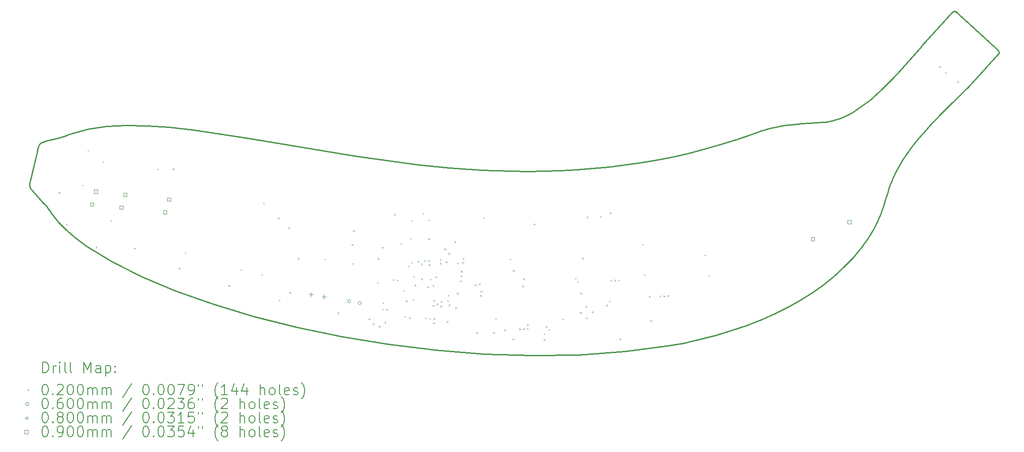
<source format=gbr>
%TF.GenerationSoftware,KiCad,Pcbnew,7.0.6*%
%TF.CreationDate,2023-10-29T15:43:53+01:00*%
%TF.ProjectId,nana,6e616e61-2e6b-4696-9361-645f70636258,rev?*%
%TF.SameCoordinates,Original*%
%TF.FileFunction,Drillmap*%
%TF.FilePolarity,Positive*%
%FSLAX45Y45*%
G04 Gerber Fmt 4.5, Leading zero omitted, Abs format (unit mm)*
G04 Created by KiCad (PCBNEW 7.0.6) date 2023-10-29 15:43:53*
%MOMM*%
%LPD*%
G01*
G04 APERTURE LIST*
%ADD10C,0.250000*%
%ADD11C,0.200000*%
%ADD12C,0.020000*%
%ADD13C,0.060000*%
%ADD14C,0.080000*%
%ADD15C,0.090000*%
G04 APERTURE END LIST*
D10*
X7452433Y-8349150D02*
X7441234Y-8352657D01*
X22852419Y-9891138D02*
X22863274Y-9865158D01*
X7088040Y-9644055D02*
X7097445Y-9654815D01*
X6809909Y-9177184D02*
X6804182Y-9201374D01*
X9878848Y-8229806D02*
X9433706Y-8180212D01*
X7097445Y-9654815D02*
X7106454Y-9665346D01*
X6979869Y-8507826D02*
X6976734Y-8512489D01*
X24242238Y-6001394D02*
X24240334Y-6003182D01*
X6820407Y-9346929D02*
X6824533Y-9352543D01*
X20664369Y-8233196D02*
X20637548Y-8241753D01*
X24290706Y-5989620D02*
X24288187Y-5989036D01*
X7441234Y-8352657D02*
X7428769Y-8356386D01*
X7167201Y-9746954D02*
X7182865Y-9770344D01*
X25112394Y-6786507D02*
X25113454Y-6784152D01*
X11843510Y-11960888D02*
X12696012Y-12137960D01*
X24240334Y-6003182D02*
X24238511Y-6005071D01*
X6795339Y-9286197D02*
X6796188Y-9291142D01*
X23683328Y-6610672D02*
X23664781Y-6631855D01*
X22784867Y-10034742D02*
X22797592Y-10009620D01*
X6798443Y-9229039D02*
X6796173Y-9243114D01*
X7000377Y-8485594D02*
X6998626Y-8487132D01*
X23156759Y-9045858D02*
X23167689Y-9023648D01*
X7159875Y-9736205D02*
X7167201Y-9746954D01*
X8909337Y-11005254D02*
X9551674Y-11274583D01*
X22872509Y-9842193D02*
X22898958Y-9771306D01*
X22797813Y-7561418D02*
X22684408Y-7658581D01*
X23538225Y-8466366D02*
X23627909Y-8357772D01*
X6833355Y-9363743D02*
X6842586Y-9374692D01*
X7910674Y-8212381D02*
X7601727Y-8296323D01*
X21842036Y-8081257D02*
X21828251Y-8082715D01*
X24267449Y-5988903D02*
X24264915Y-5989458D01*
X25107425Y-6732394D02*
X25105843Y-6730335D01*
X23063100Y-9266295D02*
X23071739Y-9243118D01*
X21814025Y-8084062D02*
X21785961Y-8086300D01*
X7601727Y-8296323D02*
X7502294Y-8332360D01*
X14135453Y-8886637D02*
X12976187Y-8730222D01*
X25112672Y-6741285D02*
X25111526Y-6738973D01*
X6982690Y-8504107D02*
X6981263Y-8505954D01*
X6794657Y-9281220D02*
X6795339Y-9286197D01*
X17132994Y-8983300D02*
X16826156Y-8999676D01*
X22017245Y-10981039D02*
X22198700Y-10814457D01*
X7866576Y-10425791D02*
X8344333Y-10721209D01*
X24283063Y-5988236D02*
X24280468Y-5988026D01*
X21127636Y-8138394D02*
X21011643Y-8155830D01*
X19093541Y-12273121D02*
X19145484Y-12263021D01*
X22819948Y-9963548D02*
X22831138Y-9939579D01*
X7153159Y-9726586D02*
X7159875Y-9736205D01*
X20066651Y-12024864D02*
X20353471Y-11925422D01*
X24304944Y-5995621D02*
X24302697Y-5994332D01*
X25113703Y-6743652D02*
X25112672Y-6741285D01*
X7663513Y-10274862D02*
X7866576Y-10425791D01*
X6851807Y-9385137D02*
X6868564Y-9403502D01*
X23228431Y-8911194D02*
X23296750Y-8798966D01*
X22797592Y-10009620D02*
X22808540Y-9987417D01*
X15338327Y-8989151D02*
X14732181Y-8946458D01*
X23144645Y-9071277D02*
X23156759Y-9045858D01*
X23014517Y-9409950D02*
X23038097Y-9337838D01*
X21785961Y-8086300D02*
X21772974Y-8087129D01*
X22162105Y-7991460D02*
X22103197Y-8015284D01*
X25117525Y-6766582D02*
X25117606Y-6763970D01*
X24272612Y-5988169D02*
X24270018Y-5988473D01*
X23648644Y-6650628D02*
X23447206Y-6885880D01*
X23371751Y-8687237D02*
X23452540Y-8576279D01*
X22645724Y-10274169D02*
X22760314Y-10081615D01*
X21761250Y-8087725D02*
X21734809Y-8088706D01*
X23038097Y-9337838D02*
X23063100Y-9266295D01*
X18885265Y-12310812D02*
X18937400Y-12301756D01*
X7145580Y-9716017D02*
X7153159Y-9726586D01*
X7489934Y-8336643D02*
X7477411Y-8340903D01*
X7010370Y-8477897D02*
X7005795Y-8481161D01*
X21011643Y-8155830D02*
X20903679Y-8175093D01*
X22684408Y-7658581D02*
X22569879Y-7748534D01*
X25117382Y-6758727D02*
X25117079Y-6756131D01*
X6988706Y-8496982D02*
X6987157Y-8498723D01*
X20589230Y-8258679D02*
X20564409Y-8267825D01*
X24250604Y-5995282D02*
X24248408Y-5996649D01*
X17746463Y-8929864D02*
X17439829Y-8960102D01*
X6954890Y-8569330D02*
X6951389Y-8582834D01*
X6987157Y-8498723D02*
X6985636Y-8500491D01*
X22946889Y-9627487D02*
X22969456Y-9554994D01*
X7464865Y-8345090D02*
X7452433Y-8349150D01*
X6794623Y-9256784D02*
X6794195Y-9263335D01*
X20691312Y-8225036D02*
X20664369Y-8233196D01*
X6796188Y-9291142D02*
X6797202Y-9296057D01*
X20637548Y-8241753D02*
X20614112Y-8249710D01*
X6807011Y-9325108D02*
X6809789Y-9330405D01*
X25117560Y-6761345D02*
X25117382Y-6758727D01*
X24295636Y-5991152D02*
X24293190Y-5990326D01*
X24285638Y-5988574D02*
X24283063Y-5988236D01*
X12696012Y-12137960D02*
X13576264Y-12283618D01*
X20629188Y-11816479D02*
X20893211Y-11698352D01*
X23101669Y-9167812D02*
X23112032Y-9143554D01*
X21515581Y-8099157D02*
X21380424Y-8109847D01*
X24244222Y-5999708D02*
X24242238Y-6001394D01*
X23092253Y-9190701D02*
X23101669Y-9167812D01*
X6794037Y-9269628D02*
X6794182Y-9275606D01*
X21828251Y-8082715D02*
X21814025Y-8084062D01*
X20715116Y-8218265D02*
X20691312Y-8225036D01*
X6985636Y-8500491D02*
X6984147Y-8502286D01*
X18046738Y-12423784D02*
X18885265Y-12310812D01*
X18358359Y-8847387D02*
X18052704Y-8892366D01*
X24548024Y-7404576D02*
X25103671Y-6799391D01*
X21925847Y-8067545D02*
X21866580Y-8078126D01*
X15602626Y-9001364D02*
X15496884Y-8996963D01*
X24307129Y-5997021D02*
X24304944Y-5995621D01*
X7401701Y-8364129D02*
X7350651Y-8378054D01*
X7026851Y-8468932D02*
X7020961Y-8471784D01*
X6991898Y-8493584D02*
X6990287Y-8495269D01*
X25115930Y-6776821D02*
X25116515Y-6774302D01*
X17439829Y-8960102D02*
X17132994Y-8983300D01*
X25105397Y-6797414D02*
X25107018Y-6795363D01*
X23129961Y-7237188D02*
X23020723Y-7349674D01*
X9012831Y-8150021D02*
X8617710Y-8142883D01*
X6995204Y-8490300D02*
X6993536Y-8491927D01*
X22841265Y-9916993D02*
X22852419Y-9891138D01*
X24252858Y-5994024D02*
X24250604Y-5995282D01*
X24259953Y-5990931D02*
X24257538Y-5991847D01*
X6945589Y-8607035D02*
X6809909Y-9177184D01*
X7122069Y-9684536D02*
X7129956Y-9694868D01*
X7106454Y-9665346D02*
X7114766Y-9675354D01*
X22513530Y-10460706D02*
X22645724Y-10274169D01*
X6970921Y-8523248D02*
X6968234Y-8529215D01*
X25104157Y-6728352D02*
X25102369Y-6726446D01*
X19871033Y-8502609D02*
X19571226Y-8588282D01*
X21609212Y-11292034D02*
X21820551Y-11140337D01*
X6794182Y-9275606D02*
X6794657Y-9281220D01*
X9433706Y-8180212D02*
X9012831Y-8150021D01*
X7052918Y-8458801D02*
X7046151Y-8461148D01*
X18663232Y-8794711D02*
X18358359Y-8847387D01*
X6993536Y-8491927D02*
X6991898Y-8493584D01*
X20804564Y-8195975D02*
X20715116Y-8218265D01*
X21380424Y-8109847D02*
X21250836Y-8122996D01*
X7003962Y-8482609D02*
X7002155Y-8484085D01*
X6801219Y-9310553D02*
X6802880Y-9315291D01*
X22909963Y-7458101D02*
X22797813Y-7561418D01*
X21734809Y-8088706D02*
X21708356Y-8089535D01*
X23112032Y-9143554D02*
X23122601Y-9119379D01*
X25108902Y-6734524D02*
X25107425Y-6732394D01*
X23296750Y-8798966D02*
X23371751Y-8687237D01*
X21250836Y-8122996D02*
X21127636Y-8138394D01*
X6998626Y-8487132D02*
X6996900Y-8488700D01*
X6968234Y-8529215D02*
X6965689Y-8535494D01*
X7182865Y-9770344D02*
X7198503Y-9793757D01*
X7198503Y-9793757D02*
X7212464Y-9814197D01*
X7002155Y-8484085D02*
X7000377Y-8485594D01*
X24309249Y-5998533D02*
X24307129Y-5997021D01*
X22103197Y-8015284D02*
X22044173Y-8035993D01*
X19041545Y-12282946D02*
X19093541Y-12273121D01*
X16826156Y-8999676D02*
X16213238Y-9012844D01*
X25102369Y-6726446D02*
X25100479Y-6724625D01*
X25107018Y-6795363D02*
X25108528Y-6793243D01*
X13576264Y-12283618D02*
X14474352Y-12394523D01*
X6951389Y-8582834D02*
X6945589Y-8607035D01*
X6816540Y-9341346D02*
X6820407Y-9346929D01*
X25117606Y-6763970D02*
X25117560Y-6761345D01*
X25116092Y-6751028D02*
X25115416Y-6748527D01*
X6802880Y-9315291D02*
X6804700Y-9319972D01*
X20564409Y-8267825D02*
X20465206Y-8304650D01*
X7502294Y-8332360D02*
X7489934Y-8336643D01*
X8617710Y-8142883D02*
X8249829Y-8162453D01*
X7033056Y-8466210D02*
X7026851Y-8468932D01*
X25113454Y-6784152D02*
X25114397Y-6781750D01*
X25116515Y-6774302D02*
X25116977Y-6771751D01*
X23718655Y-6571285D02*
X23702036Y-6589631D01*
X21866580Y-8078126D02*
X21854955Y-8079716D01*
X7114766Y-9675354D02*
X7122069Y-9684536D01*
X18937400Y-12301756D02*
X18989496Y-12292476D01*
X6981263Y-8505954D02*
X6979869Y-8507826D01*
X24257538Y-5991847D02*
X24255172Y-5992879D01*
X6842586Y-9374692D02*
X6851807Y-9385137D01*
X6809789Y-9330405D02*
X6812983Y-9335827D01*
X7428769Y-8356386D02*
X7401701Y-8364129D01*
X9551674Y-11274583D02*
X10261425Y-11525858D01*
X7015446Y-8474772D02*
X7010370Y-8477897D01*
X22923570Y-9699664D02*
X22946889Y-9627487D01*
X15496884Y-8996963D02*
X15444025Y-8994512D01*
X22220885Y-7964655D02*
X22162105Y-7991460D01*
X21655487Y-8091135D02*
X21515581Y-8099157D01*
X6868564Y-9403502D02*
X7052615Y-9604741D01*
X23627909Y-8357772D02*
X23720699Y-8250770D01*
X23815702Y-8145635D02*
X24008763Y-7942059D01*
X10261425Y-11525858D02*
X11028676Y-11755740D01*
X8249829Y-8162453D02*
X7910674Y-8212381D01*
X16213238Y-9012844D02*
X15602626Y-9001364D01*
X22969456Y-9554994D02*
X23014517Y-9409950D01*
X7335217Y-9968646D02*
X7485979Y-10122341D01*
X7485979Y-10122341D02*
X7663513Y-10274862D01*
X22771922Y-10059749D02*
X22784867Y-10034742D01*
X25116977Y-6771751D02*
X25117313Y-6769177D01*
X25117313Y-6769177D02*
X25117525Y-6766582D01*
X21144950Y-11571359D02*
X21383814Y-11435814D01*
X6798378Y-9300932D02*
X6799719Y-9305767D01*
X6799719Y-9305767D02*
X6801219Y-9310553D01*
X7052615Y-9604741D02*
X7069276Y-9623056D01*
X24288187Y-5989036D02*
X24285638Y-5988574D01*
X6828868Y-9358158D02*
X6833355Y-9363743D01*
X25117079Y-6756131D02*
X25116646Y-6753563D01*
X25100479Y-6724625D02*
X24313276Y-6001880D01*
X23167689Y-9023648D02*
X23228431Y-8911194D01*
X6797202Y-9296057D02*
X6798378Y-9300932D01*
X7020961Y-8471784D02*
X7015446Y-8474772D01*
X19571226Y-8588282D02*
X19269860Y-8665377D01*
X6984147Y-8502286D02*
X6982690Y-8504107D01*
X25111526Y-6738973D02*
X25110267Y-6736717D01*
X21820551Y-11140337D02*
X22017245Y-10981039D01*
X18967130Y-8734112D02*
X18663232Y-8794711D01*
X22831138Y-9939579D02*
X22841265Y-9916993D01*
X21985051Y-8053459D02*
X21925847Y-8067545D01*
X17176468Y-12485300D02*
X18046738Y-12423784D01*
X24277856Y-5987945D02*
X24275231Y-5987991D01*
X22808540Y-9987417D02*
X22819948Y-9963548D01*
X24313276Y-6001880D02*
X24311300Y-6000153D01*
X23447206Y-6885880D02*
X23237542Y-7121695D01*
X21383814Y-11435814D02*
X21609212Y-11292034D01*
X14732181Y-8946458D02*
X14135453Y-8886637D01*
X19769320Y-12114490D02*
X20066651Y-12024864D01*
X6804182Y-9201374D02*
X6801194Y-9214986D01*
X24238511Y-6005071D02*
X23718655Y-6571285D01*
X24275231Y-5987991D02*
X24272612Y-5988169D01*
X6990287Y-8495269D02*
X6988706Y-8496982D01*
X14474352Y-12394523D02*
X15380359Y-12467331D01*
X24199941Y-7749231D02*
X24548024Y-7404576D01*
X6794195Y-9263335D02*
X6794037Y-9269628D01*
X23132782Y-9096815D02*
X23144645Y-9071277D01*
X20169091Y-8408138D02*
X19871033Y-8502609D01*
X25111217Y-6788811D02*
X25112394Y-6786507D01*
X22898958Y-9771306D02*
X22923570Y-9699664D01*
X24246280Y-5998126D02*
X24244222Y-5999708D01*
X24280468Y-5988026D02*
X24277856Y-5987945D01*
X21854955Y-8079716D02*
X21842036Y-8081257D01*
X7129956Y-9694868D02*
X7137819Y-9705403D01*
X16284370Y-12498703D02*
X17176468Y-12485300D01*
X25108528Y-6793243D02*
X25109929Y-6791057D01*
X7069276Y-9623056D02*
X7088040Y-9644055D01*
X20893211Y-11698352D02*
X21144950Y-11571359D01*
X24008763Y-7942059D02*
X24199941Y-7749231D01*
X15444025Y-8994512D02*
X15338327Y-8989151D01*
X22044173Y-8035993D02*
X21985051Y-8053459D01*
X6801194Y-9214986D02*
X6798443Y-9229039D01*
X7005795Y-8481161D02*
X7003962Y-8482609D01*
X22760314Y-10081615D02*
X22771922Y-10059749D01*
X22198700Y-10814457D02*
X22364324Y-10640907D01*
X18052704Y-8892366D02*
X17746463Y-8929864D01*
X6958840Y-8555558D02*
X6954890Y-8569330D01*
X24300394Y-5993156D02*
X24298039Y-5992096D01*
X20465206Y-8304650D02*
X20169091Y-8408138D01*
X25114619Y-6746067D02*
X25113703Y-6743652D01*
X24248408Y-5996649D02*
X24246280Y-5998126D01*
X25110267Y-6736717D02*
X25108902Y-6734524D01*
X7079976Y-8450590D02*
X7066575Y-8454467D01*
X8344333Y-10721209D02*
X8909337Y-11005254D01*
X22337985Y-7902622D02*
X22220885Y-7964655D01*
X24293190Y-5990326D02*
X24290706Y-5989620D01*
X24262414Y-5990135D02*
X24259953Y-5990931D01*
X25114397Y-6781750D02*
X25115224Y-6779304D01*
X23452540Y-8576279D02*
X23538225Y-8466366D01*
X6973754Y-8517652D02*
X6970921Y-8523248D01*
X6976734Y-8512489D02*
X6973754Y-8517652D01*
X22569879Y-7748534D02*
X22454360Y-7830231D01*
X25115224Y-6779304D02*
X25115930Y-6776821D01*
X6965689Y-8535494D02*
X6963276Y-8542019D01*
X25109929Y-6791057D02*
X25111217Y-6788811D01*
X7104004Y-8444114D02*
X7079976Y-8450590D01*
X7477411Y-8340903D02*
X7464865Y-8345090D01*
X24264915Y-5989458D02*
X24262414Y-5990135D01*
X6996900Y-8488700D02*
X6995204Y-8490300D01*
X23071739Y-9243118D02*
X23081865Y-9216861D01*
X20614112Y-8249710D02*
X20589230Y-8258679D01*
X25116646Y-6753563D02*
X25116092Y-6751028D01*
X7039511Y-8463617D02*
X7033056Y-8466210D01*
X12976187Y-8730222D02*
X10836003Y-8372583D01*
X23720699Y-8250770D02*
X23815702Y-8145635D01*
X18989496Y-12292476D02*
X19041545Y-12282946D01*
X6960995Y-8548726D02*
X6958840Y-8555558D01*
X7137819Y-9705403D02*
X7145580Y-9716017D01*
X19269860Y-8665377D02*
X18967130Y-8734112D01*
X20353471Y-11925422D02*
X20629188Y-11816479D01*
X6795293Y-9250026D02*
X6794623Y-9256784D01*
X19145484Y-12263021D02*
X19462067Y-12193981D01*
X25103671Y-6799391D02*
X25105397Y-6797414D01*
X6963276Y-8542019D02*
X6960995Y-8548726D01*
X23702036Y-6589631D02*
X23683328Y-6610672D01*
X11028676Y-11755740D02*
X11843510Y-11960888D01*
X22863274Y-9865158D02*
X22872509Y-9842193D01*
X6804700Y-9319972D02*
X6807011Y-9325108D01*
X22454360Y-7830231D02*
X22337985Y-7902622D01*
X25105843Y-6730335D02*
X25104157Y-6728352D01*
X23237542Y-7121695D02*
X23129961Y-7237188D01*
X23122601Y-9119379D02*
X23132782Y-9096815D01*
X6812983Y-9335827D02*
X6816540Y-9341346D01*
X24255172Y-5992879D02*
X24252858Y-5994024D01*
X7212464Y-9814197D02*
X7335217Y-9968646D01*
X7046151Y-8461148D02*
X7039511Y-8463617D01*
X24302697Y-5994332D02*
X24300394Y-5993156D01*
X24298039Y-5992096D02*
X24295636Y-5991152D01*
X6796173Y-9243114D02*
X6795293Y-9250026D01*
X25115416Y-6748527D02*
X25114619Y-6746067D01*
X7350651Y-8378054D02*
X7104004Y-8444114D01*
X20903679Y-8175093D02*
X20804564Y-8195975D01*
X6824533Y-9352543D02*
X6828868Y-9358158D01*
X24311300Y-6000153D02*
X24309249Y-5998533D01*
X15380359Y-12467331D02*
X16284370Y-12498703D01*
X23664781Y-6631855D02*
X23648644Y-6650628D01*
X19462067Y-12193981D02*
X19769320Y-12114490D01*
X7066575Y-8454467D02*
X7052918Y-8458801D01*
X22364324Y-10640907D02*
X22513530Y-10460706D01*
X21772974Y-8087129D02*
X21761250Y-8087725D01*
X21708356Y-8089535D02*
X21655487Y-8091135D01*
X23020723Y-7349674D02*
X22909963Y-7458101D01*
X10836003Y-8372583D02*
X9878848Y-8229806D01*
X23081865Y-9216861D02*
X23092253Y-9190701D01*
X24270018Y-5988473D02*
X24267449Y-5988903D01*
D11*
D12*
X7347502Y-9408257D02*
X7367502Y-9428257D01*
X7367502Y-9408257D02*
X7347502Y-9428257D01*
X7489557Y-10009254D02*
X7509557Y-10029254D01*
X7509557Y-10009254D02*
X7489557Y-10029254D01*
X7784935Y-9268418D02*
X7804935Y-9288418D01*
X7804935Y-9268418D02*
X7784935Y-9288418D01*
X7896195Y-8605831D02*
X7916195Y-8625831D01*
X7916195Y-8605831D02*
X7896195Y-8625831D01*
X8047580Y-10439898D02*
X8067580Y-10459898D01*
X8067580Y-10439898D02*
X8047580Y-10459898D01*
X8180890Y-8830217D02*
X8200890Y-8850217D01*
X8200890Y-8830217D02*
X8180890Y-8850217D01*
X8327154Y-9937414D02*
X8347154Y-9957414D01*
X8347154Y-9937414D02*
X8327154Y-9957414D01*
X8771508Y-10463042D02*
X8791508Y-10483042D01*
X8791508Y-10463042D02*
X8771508Y-10483042D01*
X9205868Y-8962309D02*
X9225868Y-8982309D01*
X9225868Y-8962309D02*
X9205868Y-8982309D01*
X9508108Y-8960566D02*
X9528108Y-8980566D01*
X9528108Y-8960566D02*
X9508108Y-8980566D01*
X9616081Y-10839942D02*
X9636081Y-10859942D01*
X9636081Y-10839942D02*
X9616081Y-10859942D01*
X9734489Y-10545145D02*
X9754489Y-10565145D01*
X9754489Y-10545145D02*
X9734489Y-10565145D01*
X10556082Y-11169943D02*
X10576082Y-11189942D01*
X10576082Y-11169943D02*
X10556082Y-11189942D01*
X10779599Y-10868946D02*
X10799599Y-10888946D01*
X10799599Y-10868946D02*
X10779599Y-10888946D01*
X11181878Y-10963251D02*
X11201878Y-10983251D01*
X11201878Y-10963251D02*
X11181878Y-10983251D01*
X11213384Y-9605960D02*
X11233384Y-9625960D01*
X11233384Y-9605960D02*
X11213384Y-9625960D01*
X11493477Y-9891000D02*
X11513477Y-9911000D01*
X11513477Y-9891000D02*
X11493477Y-9911000D01*
X11511082Y-11444943D02*
X11531082Y-11464943D01*
X11531082Y-11444943D02*
X11511082Y-11464943D01*
X11686878Y-10078251D02*
X11706878Y-10098251D01*
X11706878Y-10078251D02*
X11686878Y-10098251D01*
X11709622Y-11296361D02*
X11729622Y-11316361D01*
X11729622Y-11296361D02*
X11709622Y-11316361D01*
X11866878Y-10653252D02*
X11886878Y-10673252D01*
X11886878Y-10653252D02*
X11866878Y-10673252D01*
X12371878Y-10663251D02*
X12391878Y-10683251D01*
X12391878Y-10663251D02*
X12371878Y-10683251D01*
X12621082Y-11684943D02*
X12641082Y-11704943D01*
X12641082Y-11684943D02*
X12621082Y-11704943D01*
X12886878Y-10393251D02*
X12906878Y-10413251D01*
X12906878Y-10393251D02*
X12886878Y-10413251D01*
X12900083Y-10752578D02*
X12920083Y-10772578D01*
X12920083Y-10752578D02*
X12900083Y-10772578D01*
X12911877Y-10133251D02*
X12931877Y-10153251D01*
X12931877Y-10133251D02*
X12911877Y-10153251D01*
X13208102Y-11801201D02*
X13228102Y-11821201D01*
X13228102Y-11801201D02*
X13208102Y-11821201D01*
X13284565Y-11893957D02*
X13304565Y-11913957D01*
X13304565Y-11893957D02*
X13284565Y-11913957D01*
X13365462Y-11114411D02*
X13385462Y-11134411D01*
X13385462Y-11114411D02*
X13365462Y-11134411D01*
X13376282Y-10652082D02*
X13396282Y-10672082D01*
X13396282Y-10652082D02*
X13376282Y-10672082D01*
X13403600Y-11940476D02*
X13423600Y-11960476D01*
X13423600Y-11940476D02*
X13403600Y-11960476D01*
X13461879Y-10443251D02*
X13481879Y-10463251D01*
X13481879Y-10443251D02*
X13461879Y-10463251D01*
X13463088Y-11613376D02*
X13483088Y-11633376D01*
X13483088Y-11613376D02*
X13463088Y-11633376D01*
X13471878Y-11493252D02*
X13491878Y-11513252D01*
X13491878Y-11493252D02*
X13471878Y-11513252D01*
X13506309Y-11864973D02*
X13526309Y-11884973D01*
X13526309Y-11864973D02*
X13506309Y-11884973D01*
X13537742Y-11620566D02*
X13557742Y-11640566D01*
X13557742Y-11620566D02*
X13537742Y-11640566D01*
X13661593Y-11056237D02*
X13681593Y-11076237D01*
X13681593Y-11056237D02*
X13661593Y-11076237D01*
X13683851Y-9823944D02*
X13703851Y-9843944D01*
X13703851Y-9823944D02*
X13683851Y-9843944D01*
X13737190Y-11063337D02*
X13757190Y-11083337D01*
X13757190Y-11063337D02*
X13737190Y-11083337D01*
X13810789Y-10367964D02*
X13830789Y-10387964D01*
X13830789Y-10367964D02*
X13810789Y-10387964D01*
X13864841Y-11267284D02*
X13884841Y-11287284D01*
X13884841Y-11267284D02*
X13864841Y-11287284D01*
X13878497Y-11750750D02*
X13898497Y-11770750D01*
X13898497Y-11750750D02*
X13878497Y-11770750D01*
X13910900Y-11456516D02*
X13930900Y-11476516D01*
X13930900Y-11456516D02*
X13910900Y-11476516D01*
X13946867Y-10802528D02*
X13966867Y-10822528D01*
X13966867Y-10802528D02*
X13946867Y-10822528D01*
X13976182Y-11780318D02*
X13996182Y-11800318D01*
X13996182Y-11780318D02*
X13976182Y-11800318D01*
X13990549Y-10274764D02*
X14010549Y-10294764D01*
X14010549Y-10274764D02*
X13990549Y-10294764D01*
X14008625Y-9938794D02*
X14028625Y-9958794D01*
X14028625Y-9938794D02*
X14008625Y-9958794D01*
X14016855Y-10731906D02*
X14036855Y-10751906D01*
X14036855Y-10731906D02*
X14016855Y-10751906D01*
X14042573Y-11429471D02*
X14062573Y-11449471D01*
X14062573Y-11429471D02*
X14042573Y-11449471D01*
X14047500Y-10997500D02*
X14067500Y-11017500D01*
X14067500Y-10997500D02*
X14047500Y-11017500D01*
X14076327Y-11161566D02*
X14096327Y-11181566D01*
X14096327Y-11161566D02*
X14076327Y-11181566D01*
X14135532Y-10711884D02*
X14155532Y-10731884D01*
X14155532Y-10711884D02*
X14135532Y-10731884D01*
X14195111Y-10761517D02*
X14215111Y-10781517D01*
X14215111Y-10761517D02*
X14195111Y-10781517D01*
X14200978Y-11043004D02*
X14220978Y-11063004D01*
X14220978Y-11043004D02*
X14200978Y-11063004D01*
X14227118Y-9800253D02*
X14247118Y-9820253D01*
X14247118Y-9800253D02*
X14227118Y-9820253D01*
X14254720Y-10695363D02*
X14274720Y-10715363D01*
X14274720Y-10695363D02*
X14254720Y-10715363D01*
X14279755Y-11783263D02*
X14299755Y-11803263D01*
X14299755Y-11783263D02*
X14279755Y-11803263D01*
X14316784Y-11198479D02*
X14336784Y-11218479D01*
X14336784Y-11198479D02*
X14316784Y-11218479D01*
X14332190Y-10697190D02*
X14352190Y-10717190D01*
X14352190Y-10697190D02*
X14332190Y-10717190D01*
X14333404Y-10287086D02*
X14353404Y-10307086D01*
X14353404Y-10287086D02*
X14333404Y-10307086D01*
X14339873Y-9931268D02*
X14359873Y-9951268D01*
X14359873Y-9931268D02*
X14339873Y-9951268D01*
X14340900Y-10773645D02*
X14360900Y-10793645D01*
X14360900Y-10773645D02*
X14340900Y-10793645D01*
X14354774Y-11790950D02*
X14374774Y-11810950D01*
X14374774Y-11790950D02*
X14354774Y-11810950D01*
X14361520Y-11046879D02*
X14381520Y-11066879D01*
X14381520Y-11046879D02*
X14361520Y-11066879D01*
X14411755Y-11169253D02*
X14431755Y-11189253D01*
X14431755Y-11169253D02*
X14411755Y-11189253D01*
X14419072Y-11544688D02*
X14439072Y-11564688D01*
X14439072Y-11544688D02*
X14419072Y-11564688D01*
X14425697Y-11874440D02*
X14445697Y-11894440D01*
X14445697Y-11874440D02*
X14425697Y-11894440D01*
X14427698Y-11455102D02*
X14447698Y-11475102D01*
X14447698Y-11455102D02*
X14427698Y-11475102D01*
X14429510Y-11796607D02*
X14449510Y-11816607D01*
X14449510Y-11796607D02*
X14429510Y-11816607D01*
X14470312Y-11001906D02*
X14490312Y-11021906D01*
X14490312Y-11001906D02*
X14470312Y-11021906D01*
X14492104Y-11516559D02*
X14512104Y-11536559D01*
X14512104Y-11516559D02*
X14492104Y-11536559D01*
X14548797Y-10746024D02*
X14568797Y-10766024D01*
X14568797Y-10746024D02*
X14548797Y-10766024D01*
X14555490Y-10671372D02*
X14575490Y-10691372D01*
X14575490Y-10671372D02*
X14555490Y-10691372D01*
X14563405Y-11558585D02*
X14583405Y-11578585D01*
X14583405Y-11558585D02*
X14563405Y-11578585D01*
X14572032Y-11468999D02*
X14592032Y-11488999D01*
X14592032Y-11468999D02*
X14572032Y-11488999D01*
X14637536Y-10475705D02*
X14657536Y-10495705D01*
X14657536Y-10475705D02*
X14637536Y-10495705D01*
X14662583Y-10720199D02*
X14682583Y-10740199D01*
X14682583Y-10720199D02*
X14662583Y-10740199D01*
X14681877Y-11853252D02*
X14701877Y-11873252D01*
X14701877Y-11853252D02*
X14681877Y-11873252D01*
X14695709Y-11454639D02*
X14715709Y-11474639D01*
X14715709Y-11454639D02*
X14695709Y-11474639D01*
X14700495Y-11352772D02*
X14720495Y-11372772D01*
X14720495Y-11352772D02*
X14700495Y-11372772D01*
X14715755Y-10558901D02*
X14735755Y-10578901D01*
X14735755Y-10558901D02*
X14715755Y-10578901D01*
X14719883Y-11532262D02*
X14739883Y-11552262D01*
X14739883Y-11532262D02*
X14719883Y-11552262D01*
X14826586Y-10338192D02*
X14846586Y-10358192D01*
X14846586Y-10338192D02*
X14826586Y-10358192D01*
X14841745Y-11586629D02*
X14861745Y-11606629D01*
X14861745Y-11586629D02*
X14841745Y-11606629D01*
X14876843Y-11314574D02*
X14896843Y-11334574D01*
X14896843Y-11314574D02*
X14876843Y-11334574D01*
X14879276Y-10742071D02*
X14899276Y-10762071D01*
X14899276Y-10742071D02*
X14879276Y-10762071D01*
X14935320Y-11082741D02*
X14955320Y-11102741D01*
X14955320Y-11082741D02*
X14935320Y-11102741D01*
X14944426Y-10988177D02*
X14964426Y-11008177D01*
X14964426Y-10988177D02*
X14944426Y-11008177D01*
X14953051Y-10898593D02*
X14973051Y-10918593D01*
X14973051Y-10898593D02*
X14953051Y-10918593D01*
X14976953Y-10734428D02*
X14996953Y-10754428D01*
X14996953Y-10734428D02*
X14976953Y-10754428D01*
X14981977Y-10658063D02*
X15001977Y-10678063D01*
X15001977Y-10658063D02*
X14981977Y-10678063D01*
X15214686Y-11159168D02*
X15234686Y-11179168D01*
X15234686Y-11159168D02*
X15214686Y-11179168D01*
X15245080Y-12059536D02*
X15265080Y-12079536D01*
X15265080Y-12059536D02*
X15245080Y-12079536D01*
X15290917Y-11137821D02*
X15310917Y-11157821D01*
X15310917Y-11137821D02*
X15290917Y-11157821D01*
X15316402Y-11354817D02*
X15336402Y-11374817D01*
X15336402Y-11354817D02*
X15316402Y-11374817D01*
X15325467Y-11276672D02*
X15345467Y-11296672D01*
X15345467Y-11276672D02*
X15325467Y-11296672D01*
X15372316Y-9884647D02*
X15392316Y-9904647D01*
X15392316Y-9884647D02*
X15372316Y-9904647D01*
X15561679Y-12061906D02*
X15581679Y-12081906D01*
X15581679Y-12061906D02*
X15561679Y-12081906D01*
X15601877Y-11793252D02*
X15621877Y-11813252D01*
X15621877Y-11793252D02*
X15601877Y-11813252D01*
X15765900Y-12006516D02*
X15785900Y-12026516D01*
X15785900Y-12006516D02*
X15765900Y-12026516D01*
X15870104Y-10666013D02*
X15890104Y-10686013D01*
X15890104Y-10666013D02*
X15870104Y-10686013D01*
X15925900Y-12181516D02*
X15945900Y-12201516D01*
X15945900Y-12181516D02*
X15925900Y-12201516D01*
X15934704Y-10881951D02*
X15954704Y-10901951D01*
X15954704Y-10881951D02*
X15934704Y-10901951D01*
X16051580Y-11989920D02*
X16071580Y-12009920D01*
X16071580Y-11989920D02*
X16051580Y-12009920D01*
X16111140Y-11178985D02*
X16131140Y-11198985D01*
X16131140Y-11178985D02*
X16111140Y-11198985D01*
X16125342Y-11040955D02*
X16145342Y-11060955D01*
X16145342Y-11040955D02*
X16125342Y-11060955D01*
X16128205Y-11986247D02*
X16148205Y-12006247D01*
X16148205Y-11986247D02*
X16128205Y-12006247D01*
X16198905Y-11904398D02*
X16218905Y-11924398D01*
X16218905Y-11904398D02*
X16198905Y-11924398D01*
X16202828Y-11979246D02*
X16222828Y-11999246D01*
X16222828Y-11979246D02*
X16202828Y-11999246D01*
X16322418Y-10006328D02*
X16342418Y-10026328D01*
X16342418Y-10006328D02*
X16322418Y-10026328D01*
X16513779Y-12077099D02*
X16533779Y-12097099D01*
X16533779Y-12077099D02*
X16513779Y-12097099D01*
X16518345Y-12187009D02*
X16538345Y-12207009D01*
X16538345Y-12187009D02*
X16518345Y-12207009D01*
X16554723Y-11947806D02*
X16574723Y-11967806D01*
X16574723Y-11947806D02*
X16554723Y-11967806D01*
X16607450Y-12001074D02*
X16627450Y-12021074D01*
X16627450Y-12001074D02*
X16607450Y-12021074D01*
X16870935Y-11800916D02*
X16890935Y-11820916D01*
X16890935Y-11800916D02*
X16870935Y-11820916D01*
X17109025Y-11029042D02*
X17129025Y-11049042D01*
X17129025Y-11029042D02*
X17109025Y-11049042D01*
X17146181Y-11096362D02*
X17166181Y-11116362D01*
X17166181Y-11096362D02*
X17146181Y-11116362D01*
X17204190Y-11677239D02*
X17224190Y-11697239D01*
X17224190Y-11677239D02*
X17204190Y-11697239D01*
X17212620Y-11313181D02*
X17232620Y-11333181D01*
X17232620Y-11313181D02*
X17212620Y-11333181D01*
X17241878Y-10651252D02*
X17261878Y-10671252D01*
X17261878Y-10651252D02*
X17241878Y-10671252D01*
X17305756Y-11561441D02*
X17325756Y-11581441D01*
X17325756Y-11561441D02*
X17305756Y-11581441D01*
X17314532Y-11783304D02*
X17334532Y-11803304D01*
X17334532Y-11783304D02*
X17314532Y-11803304D01*
X17325062Y-9875236D02*
X17345062Y-9895236D01*
X17345062Y-9875236D02*
X17325062Y-9895236D01*
X17426052Y-11668464D02*
X17446052Y-11688464D01*
X17446052Y-11668464D02*
X17426052Y-11688464D01*
X17579713Y-9861891D02*
X17599713Y-9881891D01*
X17599713Y-9861891D02*
X17579713Y-9881891D01*
X17698678Y-11541345D02*
X17718678Y-11561345D01*
X17718678Y-11541345D02*
X17698678Y-11561345D01*
X17751800Y-11461169D02*
X17771800Y-11481169D01*
X17771800Y-11461169D02*
X17751800Y-11481169D01*
X17760985Y-9793694D02*
X17780985Y-9813694D01*
X17780985Y-9793694D02*
X17760985Y-9813694D01*
X17774128Y-11071049D02*
X17794128Y-11091049D01*
X17794128Y-11071049D02*
X17774128Y-11091049D01*
X17849977Y-11067074D02*
X17869977Y-11087074D01*
X17869977Y-11067074D02*
X17849977Y-11087074D01*
X17926298Y-11063074D02*
X17946298Y-11083074D01*
X17946298Y-11063074D02*
X17926298Y-11083074D01*
X17949745Y-12176270D02*
X17969745Y-12196270D01*
X17969745Y-12176270D02*
X17949745Y-12196270D01*
X18377893Y-10387222D02*
X18397893Y-10407222D01*
X18397893Y-10387222D02*
X18377893Y-10407222D01*
X18409583Y-10963462D02*
X18429583Y-10983462D01*
X18429583Y-10963462D02*
X18409583Y-10983462D01*
X18503341Y-11373252D02*
X18523341Y-11393252D01*
X18523341Y-11373252D02*
X18503341Y-11393252D01*
X18533932Y-11836041D02*
X18553932Y-11856041D01*
X18553932Y-11836041D02*
X18533932Y-11856041D01*
X18704110Y-11368508D02*
X18724110Y-11388508D01*
X18724110Y-11368508D02*
X18704110Y-11388508D01*
X18779057Y-11364579D02*
X18799057Y-11384579D01*
X18799057Y-11364579D02*
X18779057Y-11384579D01*
X18853904Y-11360658D02*
X18873904Y-11380658D01*
X18873904Y-11360658D02*
X18853904Y-11380658D01*
X19554166Y-10591502D02*
X19574166Y-10611502D01*
X19574166Y-10591502D02*
X19554166Y-10611502D01*
X19627204Y-10979133D02*
X19647204Y-10999133D01*
X19647204Y-10979133D02*
X19627204Y-10999133D01*
X23985308Y-7026682D02*
X24005308Y-7046682D01*
X24005308Y-7026682D02*
X23985308Y-7046682D01*
X24098446Y-7133251D02*
X24118446Y-7153251D01*
X24118446Y-7133251D02*
X24098446Y-7153251D01*
X24331878Y-7313252D02*
X24351878Y-7333252D01*
X24351878Y-7313252D02*
X24331878Y-7333252D01*
D13*
X12866032Y-11470473D02*
G75*
G03*
X12866032Y-11470473I-30000J0D01*
G01*
X13062994Y-11505203D02*
G75*
G03*
X13062994Y-11505203I-30000J0D01*
G01*
D14*
X12114908Y-11303320D02*
X12114908Y-11383320D01*
X12074908Y-11343320D02*
X12154908Y-11343320D01*
X12361109Y-11346732D02*
X12361109Y-11426732D01*
X12321109Y-11386732D02*
X12401109Y-11386732D01*
D15*
X8006370Y-9671892D02*
X8006370Y-9608251D01*
X7942730Y-9608251D01*
X7942730Y-9671892D01*
X8006370Y-9671892D01*
X8078510Y-9428351D02*
X8078510Y-9364711D01*
X8014870Y-9364711D01*
X8014870Y-9428351D01*
X8078510Y-9428351D01*
X8563238Y-9731042D02*
X8563238Y-9667402D01*
X8499598Y-9667402D01*
X8499598Y-9731042D01*
X8563238Y-9731042D01*
X8635378Y-9487502D02*
X8635378Y-9423862D01*
X8571738Y-9423862D01*
X8571738Y-9487502D01*
X8635378Y-9487502D01*
X9388402Y-9818856D02*
X9388402Y-9755216D01*
X9324762Y-9755216D01*
X9324762Y-9818856D01*
X9388402Y-9818856D01*
X9460542Y-9575316D02*
X9460542Y-9511676D01*
X9396902Y-9511676D01*
X9396902Y-9575316D01*
X9460542Y-9575316D01*
X21630596Y-10327370D02*
X21630596Y-10263730D01*
X21566956Y-10263730D01*
X21566956Y-10327370D01*
X21630596Y-10327370D01*
X22321203Y-10005335D02*
X22321203Y-9941695D01*
X22257563Y-9941695D01*
X22257563Y-10005335D01*
X22321203Y-10005335D01*
D11*
X7042314Y-12822687D02*
X7042314Y-12622687D01*
X7042314Y-12622687D02*
X7089933Y-12622687D01*
X7089933Y-12622687D02*
X7118505Y-12632210D01*
X7118505Y-12632210D02*
X7137552Y-12651258D01*
X7137552Y-12651258D02*
X7147076Y-12670306D01*
X7147076Y-12670306D02*
X7156600Y-12708401D01*
X7156600Y-12708401D02*
X7156600Y-12736972D01*
X7156600Y-12736972D02*
X7147076Y-12775068D01*
X7147076Y-12775068D02*
X7137552Y-12794115D01*
X7137552Y-12794115D02*
X7118505Y-12813163D01*
X7118505Y-12813163D02*
X7089933Y-12822687D01*
X7089933Y-12822687D02*
X7042314Y-12822687D01*
X7242314Y-12822687D02*
X7242314Y-12689353D01*
X7242314Y-12727449D02*
X7251838Y-12708401D01*
X7251838Y-12708401D02*
X7261362Y-12698877D01*
X7261362Y-12698877D02*
X7280409Y-12689353D01*
X7280409Y-12689353D02*
X7299457Y-12689353D01*
X7366124Y-12822687D02*
X7366124Y-12689353D01*
X7366124Y-12622687D02*
X7356600Y-12632210D01*
X7356600Y-12632210D02*
X7366124Y-12641734D01*
X7366124Y-12641734D02*
X7375648Y-12632210D01*
X7375648Y-12632210D02*
X7366124Y-12622687D01*
X7366124Y-12622687D02*
X7366124Y-12641734D01*
X7489933Y-12822687D02*
X7470886Y-12813163D01*
X7470886Y-12813163D02*
X7461362Y-12794115D01*
X7461362Y-12794115D02*
X7461362Y-12622687D01*
X7594695Y-12822687D02*
X7575648Y-12813163D01*
X7575648Y-12813163D02*
X7566124Y-12794115D01*
X7566124Y-12794115D02*
X7566124Y-12622687D01*
X7823267Y-12822687D02*
X7823267Y-12622687D01*
X7823267Y-12622687D02*
X7889933Y-12765544D01*
X7889933Y-12765544D02*
X7956600Y-12622687D01*
X7956600Y-12622687D02*
X7956600Y-12822687D01*
X8137552Y-12822687D02*
X8137552Y-12717925D01*
X8137552Y-12717925D02*
X8128029Y-12698877D01*
X8128029Y-12698877D02*
X8108981Y-12689353D01*
X8108981Y-12689353D02*
X8070886Y-12689353D01*
X8070886Y-12689353D02*
X8051838Y-12698877D01*
X8137552Y-12813163D02*
X8118505Y-12822687D01*
X8118505Y-12822687D02*
X8070886Y-12822687D01*
X8070886Y-12822687D02*
X8051838Y-12813163D01*
X8051838Y-12813163D02*
X8042314Y-12794115D01*
X8042314Y-12794115D02*
X8042314Y-12775068D01*
X8042314Y-12775068D02*
X8051838Y-12756020D01*
X8051838Y-12756020D02*
X8070886Y-12746496D01*
X8070886Y-12746496D02*
X8118505Y-12746496D01*
X8118505Y-12746496D02*
X8137552Y-12736972D01*
X8232790Y-12689353D02*
X8232790Y-12889353D01*
X8232790Y-12698877D02*
X8251838Y-12689353D01*
X8251838Y-12689353D02*
X8289933Y-12689353D01*
X8289933Y-12689353D02*
X8308981Y-12698877D01*
X8308981Y-12698877D02*
X8318505Y-12708401D01*
X8318505Y-12708401D02*
X8328029Y-12727449D01*
X8328029Y-12727449D02*
X8328029Y-12784591D01*
X8328029Y-12784591D02*
X8318505Y-12803639D01*
X8318505Y-12803639D02*
X8308981Y-12813163D01*
X8308981Y-12813163D02*
X8289933Y-12822687D01*
X8289933Y-12822687D02*
X8251838Y-12822687D01*
X8251838Y-12822687D02*
X8232790Y-12813163D01*
X8413743Y-12803639D02*
X8423267Y-12813163D01*
X8423267Y-12813163D02*
X8413743Y-12822687D01*
X8413743Y-12822687D02*
X8404219Y-12813163D01*
X8404219Y-12813163D02*
X8413743Y-12803639D01*
X8413743Y-12803639D02*
X8413743Y-12822687D01*
X8413743Y-12698877D02*
X8423267Y-12708401D01*
X8423267Y-12708401D02*
X8413743Y-12717925D01*
X8413743Y-12717925D02*
X8404219Y-12708401D01*
X8404219Y-12708401D02*
X8413743Y-12698877D01*
X8413743Y-12698877D02*
X8413743Y-12717925D01*
D12*
X6761537Y-13141203D02*
X6781537Y-13161203D01*
X6781537Y-13141203D02*
X6761537Y-13161203D01*
D11*
X7080409Y-13042687D02*
X7099457Y-13042687D01*
X7099457Y-13042687D02*
X7118505Y-13052210D01*
X7118505Y-13052210D02*
X7128029Y-13061734D01*
X7128029Y-13061734D02*
X7137552Y-13080782D01*
X7137552Y-13080782D02*
X7147076Y-13118877D01*
X7147076Y-13118877D02*
X7147076Y-13166496D01*
X7147076Y-13166496D02*
X7137552Y-13204591D01*
X7137552Y-13204591D02*
X7128029Y-13223639D01*
X7128029Y-13223639D02*
X7118505Y-13233163D01*
X7118505Y-13233163D02*
X7099457Y-13242687D01*
X7099457Y-13242687D02*
X7080409Y-13242687D01*
X7080409Y-13242687D02*
X7061362Y-13233163D01*
X7061362Y-13233163D02*
X7051838Y-13223639D01*
X7051838Y-13223639D02*
X7042314Y-13204591D01*
X7042314Y-13204591D02*
X7032790Y-13166496D01*
X7032790Y-13166496D02*
X7032790Y-13118877D01*
X7032790Y-13118877D02*
X7042314Y-13080782D01*
X7042314Y-13080782D02*
X7051838Y-13061734D01*
X7051838Y-13061734D02*
X7061362Y-13052210D01*
X7061362Y-13052210D02*
X7080409Y-13042687D01*
X7232790Y-13223639D02*
X7242314Y-13233163D01*
X7242314Y-13233163D02*
X7232790Y-13242687D01*
X7232790Y-13242687D02*
X7223267Y-13233163D01*
X7223267Y-13233163D02*
X7232790Y-13223639D01*
X7232790Y-13223639D02*
X7232790Y-13242687D01*
X7318505Y-13061734D02*
X7328029Y-13052210D01*
X7328029Y-13052210D02*
X7347076Y-13042687D01*
X7347076Y-13042687D02*
X7394695Y-13042687D01*
X7394695Y-13042687D02*
X7413743Y-13052210D01*
X7413743Y-13052210D02*
X7423267Y-13061734D01*
X7423267Y-13061734D02*
X7432790Y-13080782D01*
X7432790Y-13080782D02*
X7432790Y-13099829D01*
X7432790Y-13099829D02*
X7423267Y-13128401D01*
X7423267Y-13128401D02*
X7308981Y-13242687D01*
X7308981Y-13242687D02*
X7432790Y-13242687D01*
X7556600Y-13042687D02*
X7575648Y-13042687D01*
X7575648Y-13042687D02*
X7594695Y-13052210D01*
X7594695Y-13052210D02*
X7604219Y-13061734D01*
X7604219Y-13061734D02*
X7613743Y-13080782D01*
X7613743Y-13080782D02*
X7623267Y-13118877D01*
X7623267Y-13118877D02*
X7623267Y-13166496D01*
X7623267Y-13166496D02*
X7613743Y-13204591D01*
X7613743Y-13204591D02*
X7604219Y-13223639D01*
X7604219Y-13223639D02*
X7594695Y-13233163D01*
X7594695Y-13233163D02*
X7575648Y-13242687D01*
X7575648Y-13242687D02*
X7556600Y-13242687D01*
X7556600Y-13242687D02*
X7537552Y-13233163D01*
X7537552Y-13233163D02*
X7528029Y-13223639D01*
X7528029Y-13223639D02*
X7518505Y-13204591D01*
X7518505Y-13204591D02*
X7508981Y-13166496D01*
X7508981Y-13166496D02*
X7508981Y-13118877D01*
X7508981Y-13118877D02*
X7518505Y-13080782D01*
X7518505Y-13080782D02*
X7528029Y-13061734D01*
X7528029Y-13061734D02*
X7537552Y-13052210D01*
X7537552Y-13052210D02*
X7556600Y-13042687D01*
X7747076Y-13042687D02*
X7766124Y-13042687D01*
X7766124Y-13042687D02*
X7785171Y-13052210D01*
X7785171Y-13052210D02*
X7794695Y-13061734D01*
X7794695Y-13061734D02*
X7804219Y-13080782D01*
X7804219Y-13080782D02*
X7813743Y-13118877D01*
X7813743Y-13118877D02*
X7813743Y-13166496D01*
X7813743Y-13166496D02*
X7804219Y-13204591D01*
X7804219Y-13204591D02*
X7794695Y-13223639D01*
X7794695Y-13223639D02*
X7785171Y-13233163D01*
X7785171Y-13233163D02*
X7766124Y-13242687D01*
X7766124Y-13242687D02*
X7747076Y-13242687D01*
X7747076Y-13242687D02*
X7728029Y-13233163D01*
X7728029Y-13233163D02*
X7718505Y-13223639D01*
X7718505Y-13223639D02*
X7708981Y-13204591D01*
X7708981Y-13204591D02*
X7699457Y-13166496D01*
X7699457Y-13166496D02*
X7699457Y-13118877D01*
X7699457Y-13118877D02*
X7708981Y-13080782D01*
X7708981Y-13080782D02*
X7718505Y-13061734D01*
X7718505Y-13061734D02*
X7728029Y-13052210D01*
X7728029Y-13052210D02*
X7747076Y-13042687D01*
X7899457Y-13242687D02*
X7899457Y-13109353D01*
X7899457Y-13128401D02*
X7908981Y-13118877D01*
X7908981Y-13118877D02*
X7928029Y-13109353D01*
X7928029Y-13109353D02*
X7956600Y-13109353D01*
X7956600Y-13109353D02*
X7975648Y-13118877D01*
X7975648Y-13118877D02*
X7985171Y-13137925D01*
X7985171Y-13137925D02*
X7985171Y-13242687D01*
X7985171Y-13137925D02*
X7994695Y-13118877D01*
X7994695Y-13118877D02*
X8013743Y-13109353D01*
X8013743Y-13109353D02*
X8042314Y-13109353D01*
X8042314Y-13109353D02*
X8061362Y-13118877D01*
X8061362Y-13118877D02*
X8070886Y-13137925D01*
X8070886Y-13137925D02*
X8070886Y-13242687D01*
X8166124Y-13242687D02*
X8166124Y-13109353D01*
X8166124Y-13128401D02*
X8175648Y-13118877D01*
X8175648Y-13118877D02*
X8194695Y-13109353D01*
X8194695Y-13109353D02*
X8223267Y-13109353D01*
X8223267Y-13109353D02*
X8242314Y-13118877D01*
X8242314Y-13118877D02*
X8251838Y-13137925D01*
X8251838Y-13137925D02*
X8251838Y-13242687D01*
X8251838Y-13137925D02*
X8261362Y-13118877D01*
X8261362Y-13118877D02*
X8280410Y-13109353D01*
X8280410Y-13109353D02*
X8308981Y-13109353D01*
X8308981Y-13109353D02*
X8328029Y-13118877D01*
X8328029Y-13118877D02*
X8337552Y-13137925D01*
X8337552Y-13137925D02*
X8337552Y-13242687D01*
X8728029Y-13033163D02*
X8556600Y-13290306D01*
X8985172Y-13042687D02*
X9004219Y-13042687D01*
X9004219Y-13042687D02*
X9023267Y-13052210D01*
X9023267Y-13052210D02*
X9032791Y-13061734D01*
X9032791Y-13061734D02*
X9042315Y-13080782D01*
X9042315Y-13080782D02*
X9051838Y-13118877D01*
X9051838Y-13118877D02*
X9051838Y-13166496D01*
X9051838Y-13166496D02*
X9042315Y-13204591D01*
X9042315Y-13204591D02*
X9032791Y-13223639D01*
X9032791Y-13223639D02*
X9023267Y-13233163D01*
X9023267Y-13233163D02*
X9004219Y-13242687D01*
X9004219Y-13242687D02*
X8985172Y-13242687D01*
X8985172Y-13242687D02*
X8966124Y-13233163D01*
X8966124Y-13233163D02*
X8956600Y-13223639D01*
X8956600Y-13223639D02*
X8947076Y-13204591D01*
X8947076Y-13204591D02*
X8937553Y-13166496D01*
X8937553Y-13166496D02*
X8937553Y-13118877D01*
X8937553Y-13118877D02*
X8947076Y-13080782D01*
X8947076Y-13080782D02*
X8956600Y-13061734D01*
X8956600Y-13061734D02*
X8966124Y-13052210D01*
X8966124Y-13052210D02*
X8985172Y-13042687D01*
X9137553Y-13223639D02*
X9147076Y-13233163D01*
X9147076Y-13233163D02*
X9137553Y-13242687D01*
X9137553Y-13242687D02*
X9128029Y-13233163D01*
X9128029Y-13233163D02*
X9137553Y-13223639D01*
X9137553Y-13223639D02*
X9137553Y-13242687D01*
X9270886Y-13042687D02*
X9289934Y-13042687D01*
X9289934Y-13042687D02*
X9308981Y-13052210D01*
X9308981Y-13052210D02*
X9318505Y-13061734D01*
X9318505Y-13061734D02*
X9328029Y-13080782D01*
X9328029Y-13080782D02*
X9337553Y-13118877D01*
X9337553Y-13118877D02*
X9337553Y-13166496D01*
X9337553Y-13166496D02*
X9328029Y-13204591D01*
X9328029Y-13204591D02*
X9318505Y-13223639D01*
X9318505Y-13223639D02*
X9308981Y-13233163D01*
X9308981Y-13233163D02*
X9289934Y-13242687D01*
X9289934Y-13242687D02*
X9270886Y-13242687D01*
X9270886Y-13242687D02*
X9251838Y-13233163D01*
X9251838Y-13233163D02*
X9242315Y-13223639D01*
X9242315Y-13223639D02*
X9232791Y-13204591D01*
X9232791Y-13204591D02*
X9223267Y-13166496D01*
X9223267Y-13166496D02*
X9223267Y-13118877D01*
X9223267Y-13118877D02*
X9232791Y-13080782D01*
X9232791Y-13080782D02*
X9242315Y-13061734D01*
X9242315Y-13061734D02*
X9251838Y-13052210D01*
X9251838Y-13052210D02*
X9270886Y-13042687D01*
X9461362Y-13042687D02*
X9480410Y-13042687D01*
X9480410Y-13042687D02*
X9499457Y-13052210D01*
X9499457Y-13052210D02*
X9508981Y-13061734D01*
X9508981Y-13061734D02*
X9518505Y-13080782D01*
X9518505Y-13080782D02*
X9528029Y-13118877D01*
X9528029Y-13118877D02*
X9528029Y-13166496D01*
X9528029Y-13166496D02*
X9518505Y-13204591D01*
X9518505Y-13204591D02*
X9508981Y-13223639D01*
X9508981Y-13223639D02*
X9499457Y-13233163D01*
X9499457Y-13233163D02*
X9480410Y-13242687D01*
X9480410Y-13242687D02*
X9461362Y-13242687D01*
X9461362Y-13242687D02*
X9442315Y-13233163D01*
X9442315Y-13233163D02*
X9432791Y-13223639D01*
X9432791Y-13223639D02*
X9423267Y-13204591D01*
X9423267Y-13204591D02*
X9413743Y-13166496D01*
X9413743Y-13166496D02*
X9413743Y-13118877D01*
X9413743Y-13118877D02*
X9423267Y-13080782D01*
X9423267Y-13080782D02*
X9432791Y-13061734D01*
X9432791Y-13061734D02*
X9442315Y-13052210D01*
X9442315Y-13052210D02*
X9461362Y-13042687D01*
X9594696Y-13042687D02*
X9728029Y-13042687D01*
X9728029Y-13042687D02*
X9642315Y-13242687D01*
X9813743Y-13242687D02*
X9851838Y-13242687D01*
X9851838Y-13242687D02*
X9870886Y-13233163D01*
X9870886Y-13233163D02*
X9880410Y-13223639D01*
X9880410Y-13223639D02*
X9899457Y-13195068D01*
X9899457Y-13195068D02*
X9908981Y-13156972D01*
X9908981Y-13156972D02*
X9908981Y-13080782D01*
X9908981Y-13080782D02*
X9899457Y-13061734D01*
X9899457Y-13061734D02*
X9889934Y-13052210D01*
X9889934Y-13052210D02*
X9870886Y-13042687D01*
X9870886Y-13042687D02*
X9832791Y-13042687D01*
X9832791Y-13042687D02*
X9813743Y-13052210D01*
X9813743Y-13052210D02*
X9804219Y-13061734D01*
X9804219Y-13061734D02*
X9794696Y-13080782D01*
X9794696Y-13080782D02*
X9794696Y-13128401D01*
X9794696Y-13128401D02*
X9804219Y-13147449D01*
X9804219Y-13147449D02*
X9813743Y-13156972D01*
X9813743Y-13156972D02*
X9832791Y-13166496D01*
X9832791Y-13166496D02*
X9870886Y-13166496D01*
X9870886Y-13166496D02*
X9889934Y-13156972D01*
X9889934Y-13156972D02*
X9899457Y-13147449D01*
X9899457Y-13147449D02*
X9908981Y-13128401D01*
X9985172Y-13042687D02*
X9985172Y-13080782D01*
X10061362Y-13042687D02*
X10061362Y-13080782D01*
X10356600Y-13318877D02*
X10347077Y-13309353D01*
X10347077Y-13309353D02*
X10328029Y-13280782D01*
X10328029Y-13280782D02*
X10318505Y-13261734D01*
X10318505Y-13261734D02*
X10308981Y-13233163D01*
X10308981Y-13233163D02*
X10299458Y-13185544D01*
X10299458Y-13185544D02*
X10299458Y-13147449D01*
X10299458Y-13147449D02*
X10308981Y-13099829D01*
X10308981Y-13099829D02*
X10318505Y-13071258D01*
X10318505Y-13071258D02*
X10328029Y-13052210D01*
X10328029Y-13052210D02*
X10347077Y-13023639D01*
X10347077Y-13023639D02*
X10356600Y-13014115D01*
X10537553Y-13242687D02*
X10423267Y-13242687D01*
X10480410Y-13242687D02*
X10480410Y-13042687D01*
X10480410Y-13042687D02*
X10461362Y-13071258D01*
X10461362Y-13071258D02*
X10442315Y-13090306D01*
X10442315Y-13090306D02*
X10423267Y-13099829D01*
X10708981Y-13109353D02*
X10708981Y-13242687D01*
X10661362Y-13033163D02*
X10613743Y-13176020D01*
X10613743Y-13176020D02*
X10737553Y-13176020D01*
X10899458Y-13109353D02*
X10899458Y-13242687D01*
X10851838Y-13033163D02*
X10804219Y-13176020D01*
X10804219Y-13176020D02*
X10928029Y-13176020D01*
X11156600Y-13242687D02*
X11156600Y-13042687D01*
X11242315Y-13242687D02*
X11242315Y-13137925D01*
X11242315Y-13137925D02*
X11232791Y-13118877D01*
X11232791Y-13118877D02*
X11213743Y-13109353D01*
X11213743Y-13109353D02*
X11185172Y-13109353D01*
X11185172Y-13109353D02*
X11166124Y-13118877D01*
X11166124Y-13118877D02*
X11156600Y-13128401D01*
X11366124Y-13242687D02*
X11347077Y-13233163D01*
X11347077Y-13233163D02*
X11337553Y-13223639D01*
X11337553Y-13223639D02*
X11328029Y-13204591D01*
X11328029Y-13204591D02*
X11328029Y-13147449D01*
X11328029Y-13147449D02*
X11337553Y-13128401D01*
X11337553Y-13128401D02*
X11347077Y-13118877D01*
X11347077Y-13118877D02*
X11366124Y-13109353D01*
X11366124Y-13109353D02*
X11394696Y-13109353D01*
X11394696Y-13109353D02*
X11413743Y-13118877D01*
X11413743Y-13118877D02*
X11423267Y-13128401D01*
X11423267Y-13128401D02*
X11432791Y-13147449D01*
X11432791Y-13147449D02*
X11432791Y-13204591D01*
X11432791Y-13204591D02*
X11423267Y-13223639D01*
X11423267Y-13223639D02*
X11413743Y-13233163D01*
X11413743Y-13233163D02*
X11394696Y-13242687D01*
X11394696Y-13242687D02*
X11366124Y-13242687D01*
X11547077Y-13242687D02*
X11528029Y-13233163D01*
X11528029Y-13233163D02*
X11518505Y-13214115D01*
X11518505Y-13214115D02*
X11518505Y-13042687D01*
X11699458Y-13233163D02*
X11680410Y-13242687D01*
X11680410Y-13242687D02*
X11642315Y-13242687D01*
X11642315Y-13242687D02*
X11623267Y-13233163D01*
X11623267Y-13233163D02*
X11613743Y-13214115D01*
X11613743Y-13214115D02*
X11613743Y-13137925D01*
X11613743Y-13137925D02*
X11623267Y-13118877D01*
X11623267Y-13118877D02*
X11642315Y-13109353D01*
X11642315Y-13109353D02*
X11680410Y-13109353D01*
X11680410Y-13109353D02*
X11699458Y-13118877D01*
X11699458Y-13118877D02*
X11708981Y-13137925D01*
X11708981Y-13137925D02*
X11708981Y-13156972D01*
X11708981Y-13156972D02*
X11613743Y-13176020D01*
X11785172Y-13233163D02*
X11804219Y-13242687D01*
X11804219Y-13242687D02*
X11842315Y-13242687D01*
X11842315Y-13242687D02*
X11861362Y-13233163D01*
X11861362Y-13233163D02*
X11870886Y-13214115D01*
X11870886Y-13214115D02*
X11870886Y-13204591D01*
X11870886Y-13204591D02*
X11861362Y-13185544D01*
X11861362Y-13185544D02*
X11842315Y-13176020D01*
X11842315Y-13176020D02*
X11813743Y-13176020D01*
X11813743Y-13176020D02*
X11794696Y-13166496D01*
X11794696Y-13166496D02*
X11785172Y-13147449D01*
X11785172Y-13147449D02*
X11785172Y-13137925D01*
X11785172Y-13137925D02*
X11794696Y-13118877D01*
X11794696Y-13118877D02*
X11813743Y-13109353D01*
X11813743Y-13109353D02*
X11842315Y-13109353D01*
X11842315Y-13109353D02*
X11861362Y-13118877D01*
X11937553Y-13318877D02*
X11947077Y-13309353D01*
X11947077Y-13309353D02*
X11966124Y-13280782D01*
X11966124Y-13280782D02*
X11975648Y-13261734D01*
X11975648Y-13261734D02*
X11985172Y-13233163D01*
X11985172Y-13233163D02*
X11994696Y-13185544D01*
X11994696Y-13185544D02*
X11994696Y-13147449D01*
X11994696Y-13147449D02*
X11985172Y-13099829D01*
X11985172Y-13099829D02*
X11975648Y-13071258D01*
X11975648Y-13071258D02*
X11966124Y-13052210D01*
X11966124Y-13052210D02*
X11947077Y-13023639D01*
X11947077Y-13023639D02*
X11937553Y-13014115D01*
D13*
X6781537Y-13415203D02*
G75*
G03*
X6781537Y-13415203I-30000J0D01*
G01*
D11*
X7080409Y-13306687D02*
X7099457Y-13306687D01*
X7099457Y-13306687D02*
X7118505Y-13316210D01*
X7118505Y-13316210D02*
X7128029Y-13325734D01*
X7128029Y-13325734D02*
X7137552Y-13344782D01*
X7137552Y-13344782D02*
X7147076Y-13382877D01*
X7147076Y-13382877D02*
X7147076Y-13430496D01*
X7147076Y-13430496D02*
X7137552Y-13468591D01*
X7137552Y-13468591D02*
X7128029Y-13487639D01*
X7128029Y-13487639D02*
X7118505Y-13497163D01*
X7118505Y-13497163D02*
X7099457Y-13506687D01*
X7099457Y-13506687D02*
X7080409Y-13506687D01*
X7080409Y-13506687D02*
X7061362Y-13497163D01*
X7061362Y-13497163D02*
X7051838Y-13487639D01*
X7051838Y-13487639D02*
X7042314Y-13468591D01*
X7042314Y-13468591D02*
X7032790Y-13430496D01*
X7032790Y-13430496D02*
X7032790Y-13382877D01*
X7032790Y-13382877D02*
X7042314Y-13344782D01*
X7042314Y-13344782D02*
X7051838Y-13325734D01*
X7051838Y-13325734D02*
X7061362Y-13316210D01*
X7061362Y-13316210D02*
X7080409Y-13306687D01*
X7232790Y-13487639D02*
X7242314Y-13497163D01*
X7242314Y-13497163D02*
X7232790Y-13506687D01*
X7232790Y-13506687D02*
X7223267Y-13497163D01*
X7223267Y-13497163D02*
X7232790Y-13487639D01*
X7232790Y-13487639D02*
X7232790Y-13506687D01*
X7413743Y-13306687D02*
X7375648Y-13306687D01*
X7375648Y-13306687D02*
X7356600Y-13316210D01*
X7356600Y-13316210D02*
X7347076Y-13325734D01*
X7347076Y-13325734D02*
X7328029Y-13354306D01*
X7328029Y-13354306D02*
X7318505Y-13392401D01*
X7318505Y-13392401D02*
X7318505Y-13468591D01*
X7318505Y-13468591D02*
X7328029Y-13487639D01*
X7328029Y-13487639D02*
X7337552Y-13497163D01*
X7337552Y-13497163D02*
X7356600Y-13506687D01*
X7356600Y-13506687D02*
X7394695Y-13506687D01*
X7394695Y-13506687D02*
X7413743Y-13497163D01*
X7413743Y-13497163D02*
X7423267Y-13487639D01*
X7423267Y-13487639D02*
X7432790Y-13468591D01*
X7432790Y-13468591D02*
X7432790Y-13420972D01*
X7432790Y-13420972D02*
X7423267Y-13401925D01*
X7423267Y-13401925D02*
X7413743Y-13392401D01*
X7413743Y-13392401D02*
X7394695Y-13382877D01*
X7394695Y-13382877D02*
X7356600Y-13382877D01*
X7356600Y-13382877D02*
X7337552Y-13392401D01*
X7337552Y-13392401D02*
X7328029Y-13401925D01*
X7328029Y-13401925D02*
X7318505Y-13420972D01*
X7556600Y-13306687D02*
X7575648Y-13306687D01*
X7575648Y-13306687D02*
X7594695Y-13316210D01*
X7594695Y-13316210D02*
X7604219Y-13325734D01*
X7604219Y-13325734D02*
X7613743Y-13344782D01*
X7613743Y-13344782D02*
X7623267Y-13382877D01*
X7623267Y-13382877D02*
X7623267Y-13430496D01*
X7623267Y-13430496D02*
X7613743Y-13468591D01*
X7613743Y-13468591D02*
X7604219Y-13487639D01*
X7604219Y-13487639D02*
X7594695Y-13497163D01*
X7594695Y-13497163D02*
X7575648Y-13506687D01*
X7575648Y-13506687D02*
X7556600Y-13506687D01*
X7556600Y-13506687D02*
X7537552Y-13497163D01*
X7537552Y-13497163D02*
X7528029Y-13487639D01*
X7528029Y-13487639D02*
X7518505Y-13468591D01*
X7518505Y-13468591D02*
X7508981Y-13430496D01*
X7508981Y-13430496D02*
X7508981Y-13382877D01*
X7508981Y-13382877D02*
X7518505Y-13344782D01*
X7518505Y-13344782D02*
X7528029Y-13325734D01*
X7528029Y-13325734D02*
X7537552Y-13316210D01*
X7537552Y-13316210D02*
X7556600Y-13306687D01*
X7747076Y-13306687D02*
X7766124Y-13306687D01*
X7766124Y-13306687D02*
X7785171Y-13316210D01*
X7785171Y-13316210D02*
X7794695Y-13325734D01*
X7794695Y-13325734D02*
X7804219Y-13344782D01*
X7804219Y-13344782D02*
X7813743Y-13382877D01*
X7813743Y-13382877D02*
X7813743Y-13430496D01*
X7813743Y-13430496D02*
X7804219Y-13468591D01*
X7804219Y-13468591D02*
X7794695Y-13487639D01*
X7794695Y-13487639D02*
X7785171Y-13497163D01*
X7785171Y-13497163D02*
X7766124Y-13506687D01*
X7766124Y-13506687D02*
X7747076Y-13506687D01*
X7747076Y-13506687D02*
X7728029Y-13497163D01*
X7728029Y-13497163D02*
X7718505Y-13487639D01*
X7718505Y-13487639D02*
X7708981Y-13468591D01*
X7708981Y-13468591D02*
X7699457Y-13430496D01*
X7699457Y-13430496D02*
X7699457Y-13382877D01*
X7699457Y-13382877D02*
X7708981Y-13344782D01*
X7708981Y-13344782D02*
X7718505Y-13325734D01*
X7718505Y-13325734D02*
X7728029Y-13316210D01*
X7728029Y-13316210D02*
X7747076Y-13306687D01*
X7899457Y-13506687D02*
X7899457Y-13373353D01*
X7899457Y-13392401D02*
X7908981Y-13382877D01*
X7908981Y-13382877D02*
X7928029Y-13373353D01*
X7928029Y-13373353D02*
X7956600Y-13373353D01*
X7956600Y-13373353D02*
X7975648Y-13382877D01*
X7975648Y-13382877D02*
X7985171Y-13401925D01*
X7985171Y-13401925D02*
X7985171Y-13506687D01*
X7985171Y-13401925D02*
X7994695Y-13382877D01*
X7994695Y-13382877D02*
X8013743Y-13373353D01*
X8013743Y-13373353D02*
X8042314Y-13373353D01*
X8042314Y-13373353D02*
X8061362Y-13382877D01*
X8061362Y-13382877D02*
X8070886Y-13401925D01*
X8070886Y-13401925D02*
X8070886Y-13506687D01*
X8166124Y-13506687D02*
X8166124Y-13373353D01*
X8166124Y-13392401D02*
X8175648Y-13382877D01*
X8175648Y-13382877D02*
X8194695Y-13373353D01*
X8194695Y-13373353D02*
X8223267Y-13373353D01*
X8223267Y-13373353D02*
X8242314Y-13382877D01*
X8242314Y-13382877D02*
X8251838Y-13401925D01*
X8251838Y-13401925D02*
X8251838Y-13506687D01*
X8251838Y-13401925D02*
X8261362Y-13382877D01*
X8261362Y-13382877D02*
X8280410Y-13373353D01*
X8280410Y-13373353D02*
X8308981Y-13373353D01*
X8308981Y-13373353D02*
X8328029Y-13382877D01*
X8328029Y-13382877D02*
X8337552Y-13401925D01*
X8337552Y-13401925D02*
X8337552Y-13506687D01*
X8728029Y-13297163D02*
X8556600Y-13554306D01*
X8985172Y-13306687D02*
X9004219Y-13306687D01*
X9004219Y-13306687D02*
X9023267Y-13316210D01*
X9023267Y-13316210D02*
X9032791Y-13325734D01*
X9032791Y-13325734D02*
X9042315Y-13344782D01*
X9042315Y-13344782D02*
X9051838Y-13382877D01*
X9051838Y-13382877D02*
X9051838Y-13430496D01*
X9051838Y-13430496D02*
X9042315Y-13468591D01*
X9042315Y-13468591D02*
X9032791Y-13487639D01*
X9032791Y-13487639D02*
X9023267Y-13497163D01*
X9023267Y-13497163D02*
X9004219Y-13506687D01*
X9004219Y-13506687D02*
X8985172Y-13506687D01*
X8985172Y-13506687D02*
X8966124Y-13497163D01*
X8966124Y-13497163D02*
X8956600Y-13487639D01*
X8956600Y-13487639D02*
X8947076Y-13468591D01*
X8947076Y-13468591D02*
X8937553Y-13430496D01*
X8937553Y-13430496D02*
X8937553Y-13382877D01*
X8937553Y-13382877D02*
X8947076Y-13344782D01*
X8947076Y-13344782D02*
X8956600Y-13325734D01*
X8956600Y-13325734D02*
X8966124Y-13316210D01*
X8966124Y-13316210D02*
X8985172Y-13306687D01*
X9137553Y-13487639D02*
X9147076Y-13497163D01*
X9147076Y-13497163D02*
X9137553Y-13506687D01*
X9137553Y-13506687D02*
X9128029Y-13497163D01*
X9128029Y-13497163D02*
X9137553Y-13487639D01*
X9137553Y-13487639D02*
X9137553Y-13506687D01*
X9270886Y-13306687D02*
X9289934Y-13306687D01*
X9289934Y-13306687D02*
X9308981Y-13316210D01*
X9308981Y-13316210D02*
X9318505Y-13325734D01*
X9318505Y-13325734D02*
X9328029Y-13344782D01*
X9328029Y-13344782D02*
X9337553Y-13382877D01*
X9337553Y-13382877D02*
X9337553Y-13430496D01*
X9337553Y-13430496D02*
X9328029Y-13468591D01*
X9328029Y-13468591D02*
X9318505Y-13487639D01*
X9318505Y-13487639D02*
X9308981Y-13497163D01*
X9308981Y-13497163D02*
X9289934Y-13506687D01*
X9289934Y-13506687D02*
X9270886Y-13506687D01*
X9270886Y-13506687D02*
X9251838Y-13497163D01*
X9251838Y-13497163D02*
X9242315Y-13487639D01*
X9242315Y-13487639D02*
X9232791Y-13468591D01*
X9232791Y-13468591D02*
X9223267Y-13430496D01*
X9223267Y-13430496D02*
X9223267Y-13382877D01*
X9223267Y-13382877D02*
X9232791Y-13344782D01*
X9232791Y-13344782D02*
X9242315Y-13325734D01*
X9242315Y-13325734D02*
X9251838Y-13316210D01*
X9251838Y-13316210D02*
X9270886Y-13306687D01*
X9413743Y-13325734D02*
X9423267Y-13316210D01*
X9423267Y-13316210D02*
X9442315Y-13306687D01*
X9442315Y-13306687D02*
X9489934Y-13306687D01*
X9489934Y-13306687D02*
X9508981Y-13316210D01*
X9508981Y-13316210D02*
X9518505Y-13325734D01*
X9518505Y-13325734D02*
X9528029Y-13344782D01*
X9528029Y-13344782D02*
X9528029Y-13363829D01*
X9528029Y-13363829D02*
X9518505Y-13392401D01*
X9518505Y-13392401D02*
X9404219Y-13506687D01*
X9404219Y-13506687D02*
X9528029Y-13506687D01*
X9594696Y-13306687D02*
X9718505Y-13306687D01*
X9718505Y-13306687D02*
X9651838Y-13382877D01*
X9651838Y-13382877D02*
X9680410Y-13382877D01*
X9680410Y-13382877D02*
X9699457Y-13392401D01*
X9699457Y-13392401D02*
X9708981Y-13401925D01*
X9708981Y-13401925D02*
X9718505Y-13420972D01*
X9718505Y-13420972D02*
X9718505Y-13468591D01*
X9718505Y-13468591D02*
X9708981Y-13487639D01*
X9708981Y-13487639D02*
X9699457Y-13497163D01*
X9699457Y-13497163D02*
X9680410Y-13506687D01*
X9680410Y-13506687D02*
X9623267Y-13506687D01*
X9623267Y-13506687D02*
X9604219Y-13497163D01*
X9604219Y-13497163D02*
X9594696Y-13487639D01*
X9889934Y-13306687D02*
X9851838Y-13306687D01*
X9851838Y-13306687D02*
X9832791Y-13316210D01*
X9832791Y-13316210D02*
X9823267Y-13325734D01*
X9823267Y-13325734D02*
X9804219Y-13354306D01*
X9804219Y-13354306D02*
X9794696Y-13392401D01*
X9794696Y-13392401D02*
X9794696Y-13468591D01*
X9794696Y-13468591D02*
X9804219Y-13487639D01*
X9804219Y-13487639D02*
X9813743Y-13497163D01*
X9813743Y-13497163D02*
X9832791Y-13506687D01*
X9832791Y-13506687D02*
X9870886Y-13506687D01*
X9870886Y-13506687D02*
X9889934Y-13497163D01*
X9889934Y-13497163D02*
X9899457Y-13487639D01*
X9899457Y-13487639D02*
X9908981Y-13468591D01*
X9908981Y-13468591D02*
X9908981Y-13420972D01*
X9908981Y-13420972D02*
X9899457Y-13401925D01*
X9899457Y-13401925D02*
X9889934Y-13392401D01*
X9889934Y-13392401D02*
X9870886Y-13382877D01*
X9870886Y-13382877D02*
X9832791Y-13382877D01*
X9832791Y-13382877D02*
X9813743Y-13392401D01*
X9813743Y-13392401D02*
X9804219Y-13401925D01*
X9804219Y-13401925D02*
X9794696Y-13420972D01*
X9985172Y-13306687D02*
X9985172Y-13344782D01*
X10061362Y-13306687D02*
X10061362Y-13344782D01*
X10356600Y-13582877D02*
X10347077Y-13573353D01*
X10347077Y-13573353D02*
X10328029Y-13544782D01*
X10328029Y-13544782D02*
X10318505Y-13525734D01*
X10318505Y-13525734D02*
X10308981Y-13497163D01*
X10308981Y-13497163D02*
X10299458Y-13449544D01*
X10299458Y-13449544D02*
X10299458Y-13411449D01*
X10299458Y-13411449D02*
X10308981Y-13363829D01*
X10308981Y-13363829D02*
X10318505Y-13335258D01*
X10318505Y-13335258D02*
X10328029Y-13316210D01*
X10328029Y-13316210D02*
X10347077Y-13287639D01*
X10347077Y-13287639D02*
X10356600Y-13278115D01*
X10423267Y-13325734D02*
X10432791Y-13316210D01*
X10432791Y-13316210D02*
X10451838Y-13306687D01*
X10451838Y-13306687D02*
X10499458Y-13306687D01*
X10499458Y-13306687D02*
X10518505Y-13316210D01*
X10518505Y-13316210D02*
X10528029Y-13325734D01*
X10528029Y-13325734D02*
X10537553Y-13344782D01*
X10537553Y-13344782D02*
X10537553Y-13363829D01*
X10537553Y-13363829D02*
X10528029Y-13392401D01*
X10528029Y-13392401D02*
X10413743Y-13506687D01*
X10413743Y-13506687D02*
X10537553Y-13506687D01*
X10775648Y-13506687D02*
X10775648Y-13306687D01*
X10861362Y-13506687D02*
X10861362Y-13401925D01*
X10861362Y-13401925D02*
X10851839Y-13382877D01*
X10851839Y-13382877D02*
X10832791Y-13373353D01*
X10832791Y-13373353D02*
X10804219Y-13373353D01*
X10804219Y-13373353D02*
X10785172Y-13382877D01*
X10785172Y-13382877D02*
X10775648Y-13392401D01*
X10985172Y-13506687D02*
X10966124Y-13497163D01*
X10966124Y-13497163D02*
X10956600Y-13487639D01*
X10956600Y-13487639D02*
X10947077Y-13468591D01*
X10947077Y-13468591D02*
X10947077Y-13411449D01*
X10947077Y-13411449D02*
X10956600Y-13392401D01*
X10956600Y-13392401D02*
X10966124Y-13382877D01*
X10966124Y-13382877D02*
X10985172Y-13373353D01*
X10985172Y-13373353D02*
X11013743Y-13373353D01*
X11013743Y-13373353D02*
X11032791Y-13382877D01*
X11032791Y-13382877D02*
X11042315Y-13392401D01*
X11042315Y-13392401D02*
X11051839Y-13411449D01*
X11051839Y-13411449D02*
X11051839Y-13468591D01*
X11051839Y-13468591D02*
X11042315Y-13487639D01*
X11042315Y-13487639D02*
X11032791Y-13497163D01*
X11032791Y-13497163D02*
X11013743Y-13506687D01*
X11013743Y-13506687D02*
X10985172Y-13506687D01*
X11166124Y-13506687D02*
X11147077Y-13497163D01*
X11147077Y-13497163D02*
X11137553Y-13478115D01*
X11137553Y-13478115D02*
X11137553Y-13306687D01*
X11318505Y-13497163D02*
X11299458Y-13506687D01*
X11299458Y-13506687D02*
X11261362Y-13506687D01*
X11261362Y-13506687D02*
X11242315Y-13497163D01*
X11242315Y-13497163D02*
X11232791Y-13478115D01*
X11232791Y-13478115D02*
X11232791Y-13401925D01*
X11232791Y-13401925D02*
X11242315Y-13382877D01*
X11242315Y-13382877D02*
X11261362Y-13373353D01*
X11261362Y-13373353D02*
X11299458Y-13373353D01*
X11299458Y-13373353D02*
X11318505Y-13382877D01*
X11318505Y-13382877D02*
X11328029Y-13401925D01*
X11328029Y-13401925D02*
X11328029Y-13420972D01*
X11328029Y-13420972D02*
X11232791Y-13440020D01*
X11404219Y-13497163D02*
X11423267Y-13506687D01*
X11423267Y-13506687D02*
X11461362Y-13506687D01*
X11461362Y-13506687D02*
X11480410Y-13497163D01*
X11480410Y-13497163D02*
X11489934Y-13478115D01*
X11489934Y-13478115D02*
X11489934Y-13468591D01*
X11489934Y-13468591D02*
X11480410Y-13449544D01*
X11480410Y-13449544D02*
X11461362Y-13440020D01*
X11461362Y-13440020D02*
X11432791Y-13440020D01*
X11432791Y-13440020D02*
X11413743Y-13430496D01*
X11413743Y-13430496D02*
X11404219Y-13411449D01*
X11404219Y-13411449D02*
X11404219Y-13401925D01*
X11404219Y-13401925D02*
X11413743Y-13382877D01*
X11413743Y-13382877D02*
X11432791Y-13373353D01*
X11432791Y-13373353D02*
X11461362Y-13373353D01*
X11461362Y-13373353D02*
X11480410Y-13382877D01*
X11556600Y-13582877D02*
X11566124Y-13573353D01*
X11566124Y-13573353D02*
X11585172Y-13544782D01*
X11585172Y-13544782D02*
X11594696Y-13525734D01*
X11594696Y-13525734D02*
X11604219Y-13497163D01*
X11604219Y-13497163D02*
X11613743Y-13449544D01*
X11613743Y-13449544D02*
X11613743Y-13411449D01*
X11613743Y-13411449D02*
X11604219Y-13363829D01*
X11604219Y-13363829D02*
X11594696Y-13335258D01*
X11594696Y-13335258D02*
X11585172Y-13316210D01*
X11585172Y-13316210D02*
X11566124Y-13287639D01*
X11566124Y-13287639D02*
X11556600Y-13278115D01*
D14*
X6741537Y-13639203D02*
X6741537Y-13719203D01*
X6701537Y-13679203D02*
X6781537Y-13679203D01*
D11*
X7080409Y-13570687D02*
X7099457Y-13570687D01*
X7099457Y-13570687D02*
X7118505Y-13580210D01*
X7118505Y-13580210D02*
X7128029Y-13589734D01*
X7128029Y-13589734D02*
X7137552Y-13608782D01*
X7137552Y-13608782D02*
X7147076Y-13646877D01*
X7147076Y-13646877D02*
X7147076Y-13694496D01*
X7147076Y-13694496D02*
X7137552Y-13732591D01*
X7137552Y-13732591D02*
X7128029Y-13751639D01*
X7128029Y-13751639D02*
X7118505Y-13761163D01*
X7118505Y-13761163D02*
X7099457Y-13770687D01*
X7099457Y-13770687D02*
X7080409Y-13770687D01*
X7080409Y-13770687D02*
X7061362Y-13761163D01*
X7061362Y-13761163D02*
X7051838Y-13751639D01*
X7051838Y-13751639D02*
X7042314Y-13732591D01*
X7042314Y-13732591D02*
X7032790Y-13694496D01*
X7032790Y-13694496D02*
X7032790Y-13646877D01*
X7032790Y-13646877D02*
X7042314Y-13608782D01*
X7042314Y-13608782D02*
X7051838Y-13589734D01*
X7051838Y-13589734D02*
X7061362Y-13580210D01*
X7061362Y-13580210D02*
X7080409Y-13570687D01*
X7232790Y-13751639D02*
X7242314Y-13761163D01*
X7242314Y-13761163D02*
X7232790Y-13770687D01*
X7232790Y-13770687D02*
X7223267Y-13761163D01*
X7223267Y-13761163D02*
X7232790Y-13751639D01*
X7232790Y-13751639D02*
X7232790Y-13770687D01*
X7356600Y-13656401D02*
X7337552Y-13646877D01*
X7337552Y-13646877D02*
X7328029Y-13637353D01*
X7328029Y-13637353D02*
X7318505Y-13618306D01*
X7318505Y-13618306D02*
X7318505Y-13608782D01*
X7318505Y-13608782D02*
X7328029Y-13589734D01*
X7328029Y-13589734D02*
X7337552Y-13580210D01*
X7337552Y-13580210D02*
X7356600Y-13570687D01*
X7356600Y-13570687D02*
X7394695Y-13570687D01*
X7394695Y-13570687D02*
X7413743Y-13580210D01*
X7413743Y-13580210D02*
X7423267Y-13589734D01*
X7423267Y-13589734D02*
X7432790Y-13608782D01*
X7432790Y-13608782D02*
X7432790Y-13618306D01*
X7432790Y-13618306D02*
X7423267Y-13637353D01*
X7423267Y-13637353D02*
X7413743Y-13646877D01*
X7413743Y-13646877D02*
X7394695Y-13656401D01*
X7394695Y-13656401D02*
X7356600Y-13656401D01*
X7356600Y-13656401D02*
X7337552Y-13665925D01*
X7337552Y-13665925D02*
X7328029Y-13675449D01*
X7328029Y-13675449D02*
X7318505Y-13694496D01*
X7318505Y-13694496D02*
X7318505Y-13732591D01*
X7318505Y-13732591D02*
X7328029Y-13751639D01*
X7328029Y-13751639D02*
X7337552Y-13761163D01*
X7337552Y-13761163D02*
X7356600Y-13770687D01*
X7356600Y-13770687D02*
X7394695Y-13770687D01*
X7394695Y-13770687D02*
X7413743Y-13761163D01*
X7413743Y-13761163D02*
X7423267Y-13751639D01*
X7423267Y-13751639D02*
X7432790Y-13732591D01*
X7432790Y-13732591D02*
X7432790Y-13694496D01*
X7432790Y-13694496D02*
X7423267Y-13675449D01*
X7423267Y-13675449D02*
X7413743Y-13665925D01*
X7413743Y-13665925D02*
X7394695Y-13656401D01*
X7556600Y-13570687D02*
X7575648Y-13570687D01*
X7575648Y-13570687D02*
X7594695Y-13580210D01*
X7594695Y-13580210D02*
X7604219Y-13589734D01*
X7604219Y-13589734D02*
X7613743Y-13608782D01*
X7613743Y-13608782D02*
X7623267Y-13646877D01*
X7623267Y-13646877D02*
X7623267Y-13694496D01*
X7623267Y-13694496D02*
X7613743Y-13732591D01*
X7613743Y-13732591D02*
X7604219Y-13751639D01*
X7604219Y-13751639D02*
X7594695Y-13761163D01*
X7594695Y-13761163D02*
X7575648Y-13770687D01*
X7575648Y-13770687D02*
X7556600Y-13770687D01*
X7556600Y-13770687D02*
X7537552Y-13761163D01*
X7537552Y-13761163D02*
X7528029Y-13751639D01*
X7528029Y-13751639D02*
X7518505Y-13732591D01*
X7518505Y-13732591D02*
X7508981Y-13694496D01*
X7508981Y-13694496D02*
X7508981Y-13646877D01*
X7508981Y-13646877D02*
X7518505Y-13608782D01*
X7518505Y-13608782D02*
X7528029Y-13589734D01*
X7528029Y-13589734D02*
X7537552Y-13580210D01*
X7537552Y-13580210D02*
X7556600Y-13570687D01*
X7747076Y-13570687D02*
X7766124Y-13570687D01*
X7766124Y-13570687D02*
X7785171Y-13580210D01*
X7785171Y-13580210D02*
X7794695Y-13589734D01*
X7794695Y-13589734D02*
X7804219Y-13608782D01*
X7804219Y-13608782D02*
X7813743Y-13646877D01*
X7813743Y-13646877D02*
X7813743Y-13694496D01*
X7813743Y-13694496D02*
X7804219Y-13732591D01*
X7804219Y-13732591D02*
X7794695Y-13751639D01*
X7794695Y-13751639D02*
X7785171Y-13761163D01*
X7785171Y-13761163D02*
X7766124Y-13770687D01*
X7766124Y-13770687D02*
X7747076Y-13770687D01*
X7747076Y-13770687D02*
X7728029Y-13761163D01*
X7728029Y-13761163D02*
X7718505Y-13751639D01*
X7718505Y-13751639D02*
X7708981Y-13732591D01*
X7708981Y-13732591D02*
X7699457Y-13694496D01*
X7699457Y-13694496D02*
X7699457Y-13646877D01*
X7699457Y-13646877D02*
X7708981Y-13608782D01*
X7708981Y-13608782D02*
X7718505Y-13589734D01*
X7718505Y-13589734D02*
X7728029Y-13580210D01*
X7728029Y-13580210D02*
X7747076Y-13570687D01*
X7899457Y-13770687D02*
X7899457Y-13637353D01*
X7899457Y-13656401D02*
X7908981Y-13646877D01*
X7908981Y-13646877D02*
X7928029Y-13637353D01*
X7928029Y-13637353D02*
X7956600Y-13637353D01*
X7956600Y-13637353D02*
X7975648Y-13646877D01*
X7975648Y-13646877D02*
X7985171Y-13665925D01*
X7985171Y-13665925D02*
X7985171Y-13770687D01*
X7985171Y-13665925D02*
X7994695Y-13646877D01*
X7994695Y-13646877D02*
X8013743Y-13637353D01*
X8013743Y-13637353D02*
X8042314Y-13637353D01*
X8042314Y-13637353D02*
X8061362Y-13646877D01*
X8061362Y-13646877D02*
X8070886Y-13665925D01*
X8070886Y-13665925D02*
X8070886Y-13770687D01*
X8166124Y-13770687D02*
X8166124Y-13637353D01*
X8166124Y-13656401D02*
X8175648Y-13646877D01*
X8175648Y-13646877D02*
X8194695Y-13637353D01*
X8194695Y-13637353D02*
X8223267Y-13637353D01*
X8223267Y-13637353D02*
X8242314Y-13646877D01*
X8242314Y-13646877D02*
X8251838Y-13665925D01*
X8251838Y-13665925D02*
X8251838Y-13770687D01*
X8251838Y-13665925D02*
X8261362Y-13646877D01*
X8261362Y-13646877D02*
X8280410Y-13637353D01*
X8280410Y-13637353D02*
X8308981Y-13637353D01*
X8308981Y-13637353D02*
X8328029Y-13646877D01*
X8328029Y-13646877D02*
X8337552Y-13665925D01*
X8337552Y-13665925D02*
X8337552Y-13770687D01*
X8728029Y-13561163D02*
X8556600Y-13818306D01*
X8985172Y-13570687D02*
X9004219Y-13570687D01*
X9004219Y-13570687D02*
X9023267Y-13580210D01*
X9023267Y-13580210D02*
X9032791Y-13589734D01*
X9032791Y-13589734D02*
X9042315Y-13608782D01*
X9042315Y-13608782D02*
X9051838Y-13646877D01*
X9051838Y-13646877D02*
X9051838Y-13694496D01*
X9051838Y-13694496D02*
X9042315Y-13732591D01*
X9042315Y-13732591D02*
X9032791Y-13751639D01*
X9032791Y-13751639D02*
X9023267Y-13761163D01*
X9023267Y-13761163D02*
X9004219Y-13770687D01*
X9004219Y-13770687D02*
X8985172Y-13770687D01*
X8985172Y-13770687D02*
X8966124Y-13761163D01*
X8966124Y-13761163D02*
X8956600Y-13751639D01*
X8956600Y-13751639D02*
X8947076Y-13732591D01*
X8947076Y-13732591D02*
X8937553Y-13694496D01*
X8937553Y-13694496D02*
X8937553Y-13646877D01*
X8937553Y-13646877D02*
X8947076Y-13608782D01*
X8947076Y-13608782D02*
X8956600Y-13589734D01*
X8956600Y-13589734D02*
X8966124Y-13580210D01*
X8966124Y-13580210D02*
X8985172Y-13570687D01*
X9137553Y-13751639D02*
X9147076Y-13761163D01*
X9147076Y-13761163D02*
X9137553Y-13770687D01*
X9137553Y-13770687D02*
X9128029Y-13761163D01*
X9128029Y-13761163D02*
X9137553Y-13751639D01*
X9137553Y-13751639D02*
X9137553Y-13770687D01*
X9270886Y-13570687D02*
X9289934Y-13570687D01*
X9289934Y-13570687D02*
X9308981Y-13580210D01*
X9308981Y-13580210D02*
X9318505Y-13589734D01*
X9318505Y-13589734D02*
X9328029Y-13608782D01*
X9328029Y-13608782D02*
X9337553Y-13646877D01*
X9337553Y-13646877D02*
X9337553Y-13694496D01*
X9337553Y-13694496D02*
X9328029Y-13732591D01*
X9328029Y-13732591D02*
X9318505Y-13751639D01*
X9318505Y-13751639D02*
X9308981Y-13761163D01*
X9308981Y-13761163D02*
X9289934Y-13770687D01*
X9289934Y-13770687D02*
X9270886Y-13770687D01*
X9270886Y-13770687D02*
X9251838Y-13761163D01*
X9251838Y-13761163D02*
X9242315Y-13751639D01*
X9242315Y-13751639D02*
X9232791Y-13732591D01*
X9232791Y-13732591D02*
X9223267Y-13694496D01*
X9223267Y-13694496D02*
X9223267Y-13646877D01*
X9223267Y-13646877D02*
X9232791Y-13608782D01*
X9232791Y-13608782D02*
X9242315Y-13589734D01*
X9242315Y-13589734D02*
X9251838Y-13580210D01*
X9251838Y-13580210D02*
X9270886Y-13570687D01*
X9404219Y-13570687D02*
X9528029Y-13570687D01*
X9528029Y-13570687D02*
X9461362Y-13646877D01*
X9461362Y-13646877D02*
X9489934Y-13646877D01*
X9489934Y-13646877D02*
X9508981Y-13656401D01*
X9508981Y-13656401D02*
X9518505Y-13665925D01*
X9518505Y-13665925D02*
X9528029Y-13684972D01*
X9528029Y-13684972D02*
X9528029Y-13732591D01*
X9528029Y-13732591D02*
X9518505Y-13751639D01*
X9518505Y-13751639D02*
X9508981Y-13761163D01*
X9508981Y-13761163D02*
X9489934Y-13770687D01*
X9489934Y-13770687D02*
X9432791Y-13770687D01*
X9432791Y-13770687D02*
X9413743Y-13761163D01*
X9413743Y-13761163D02*
X9404219Y-13751639D01*
X9718505Y-13770687D02*
X9604219Y-13770687D01*
X9661362Y-13770687D02*
X9661362Y-13570687D01*
X9661362Y-13570687D02*
X9642315Y-13599258D01*
X9642315Y-13599258D02*
X9623267Y-13618306D01*
X9623267Y-13618306D02*
X9604219Y-13627829D01*
X9899457Y-13570687D02*
X9804219Y-13570687D01*
X9804219Y-13570687D02*
X9794696Y-13665925D01*
X9794696Y-13665925D02*
X9804219Y-13656401D01*
X9804219Y-13656401D02*
X9823267Y-13646877D01*
X9823267Y-13646877D02*
X9870886Y-13646877D01*
X9870886Y-13646877D02*
X9889934Y-13656401D01*
X9889934Y-13656401D02*
X9899457Y-13665925D01*
X9899457Y-13665925D02*
X9908981Y-13684972D01*
X9908981Y-13684972D02*
X9908981Y-13732591D01*
X9908981Y-13732591D02*
X9899457Y-13751639D01*
X9899457Y-13751639D02*
X9889934Y-13761163D01*
X9889934Y-13761163D02*
X9870886Y-13770687D01*
X9870886Y-13770687D02*
X9823267Y-13770687D01*
X9823267Y-13770687D02*
X9804219Y-13761163D01*
X9804219Y-13761163D02*
X9794696Y-13751639D01*
X9985172Y-13570687D02*
X9985172Y-13608782D01*
X10061362Y-13570687D02*
X10061362Y-13608782D01*
X10356600Y-13846877D02*
X10347077Y-13837353D01*
X10347077Y-13837353D02*
X10328029Y-13808782D01*
X10328029Y-13808782D02*
X10318505Y-13789734D01*
X10318505Y-13789734D02*
X10308981Y-13761163D01*
X10308981Y-13761163D02*
X10299458Y-13713544D01*
X10299458Y-13713544D02*
X10299458Y-13675449D01*
X10299458Y-13675449D02*
X10308981Y-13627829D01*
X10308981Y-13627829D02*
X10318505Y-13599258D01*
X10318505Y-13599258D02*
X10328029Y-13580210D01*
X10328029Y-13580210D02*
X10347077Y-13551639D01*
X10347077Y-13551639D02*
X10356600Y-13542115D01*
X10423267Y-13589734D02*
X10432791Y-13580210D01*
X10432791Y-13580210D02*
X10451838Y-13570687D01*
X10451838Y-13570687D02*
X10499458Y-13570687D01*
X10499458Y-13570687D02*
X10518505Y-13580210D01*
X10518505Y-13580210D02*
X10528029Y-13589734D01*
X10528029Y-13589734D02*
X10537553Y-13608782D01*
X10537553Y-13608782D02*
X10537553Y-13627829D01*
X10537553Y-13627829D02*
X10528029Y-13656401D01*
X10528029Y-13656401D02*
X10413743Y-13770687D01*
X10413743Y-13770687D02*
X10537553Y-13770687D01*
X10775648Y-13770687D02*
X10775648Y-13570687D01*
X10861362Y-13770687D02*
X10861362Y-13665925D01*
X10861362Y-13665925D02*
X10851839Y-13646877D01*
X10851839Y-13646877D02*
X10832791Y-13637353D01*
X10832791Y-13637353D02*
X10804219Y-13637353D01*
X10804219Y-13637353D02*
X10785172Y-13646877D01*
X10785172Y-13646877D02*
X10775648Y-13656401D01*
X10985172Y-13770687D02*
X10966124Y-13761163D01*
X10966124Y-13761163D02*
X10956600Y-13751639D01*
X10956600Y-13751639D02*
X10947077Y-13732591D01*
X10947077Y-13732591D02*
X10947077Y-13675449D01*
X10947077Y-13675449D02*
X10956600Y-13656401D01*
X10956600Y-13656401D02*
X10966124Y-13646877D01*
X10966124Y-13646877D02*
X10985172Y-13637353D01*
X10985172Y-13637353D02*
X11013743Y-13637353D01*
X11013743Y-13637353D02*
X11032791Y-13646877D01*
X11032791Y-13646877D02*
X11042315Y-13656401D01*
X11042315Y-13656401D02*
X11051839Y-13675449D01*
X11051839Y-13675449D02*
X11051839Y-13732591D01*
X11051839Y-13732591D02*
X11042315Y-13751639D01*
X11042315Y-13751639D02*
X11032791Y-13761163D01*
X11032791Y-13761163D02*
X11013743Y-13770687D01*
X11013743Y-13770687D02*
X10985172Y-13770687D01*
X11166124Y-13770687D02*
X11147077Y-13761163D01*
X11147077Y-13761163D02*
X11137553Y-13742115D01*
X11137553Y-13742115D02*
X11137553Y-13570687D01*
X11318505Y-13761163D02*
X11299458Y-13770687D01*
X11299458Y-13770687D02*
X11261362Y-13770687D01*
X11261362Y-13770687D02*
X11242315Y-13761163D01*
X11242315Y-13761163D02*
X11232791Y-13742115D01*
X11232791Y-13742115D02*
X11232791Y-13665925D01*
X11232791Y-13665925D02*
X11242315Y-13646877D01*
X11242315Y-13646877D02*
X11261362Y-13637353D01*
X11261362Y-13637353D02*
X11299458Y-13637353D01*
X11299458Y-13637353D02*
X11318505Y-13646877D01*
X11318505Y-13646877D02*
X11328029Y-13665925D01*
X11328029Y-13665925D02*
X11328029Y-13684972D01*
X11328029Y-13684972D02*
X11232791Y-13704020D01*
X11404219Y-13761163D02*
X11423267Y-13770687D01*
X11423267Y-13770687D02*
X11461362Y-13770687D01*
X11461362Y-13770687D02*
X11480410Y-13761163D01*
X11480410Y-13761163D02*
X11489934Y-13742115D01*
X11489934Y-13742115D02*
X11489934Y-13732591D01*
X11489934Y-13732591D02*
X11480410Y-13713544D01*
X11480410Y-13713544D02*
X11461362Y-13704020D01*
X11461362Y-13704020D02*
X11432791Y-13704020D01*
X11432791Y-13704020D02*
X11413743Y-13694496D01*
X11413743Y-13694496D02*
X11404219Y-13675449D01*
X11404219Y-13675449D02*
X11404219Y-13665925D01*
X11404219Y-13665925D02*
X11413743Y-13646877D01*
X11413743Y-13646877D02*
X11432791Y-13637353D01*
X11432791Y-13637353D02*
X11461362Y-13637353D01*
X11461362Y-13637353D02*
X11480410Y-13646877D01*
X11556600Y-13846877D02*
X11566124Y-13837353D01*
X11566124Y-13837353D02*
X11585172Y-13808782D01*
X11585172Y-13808782D02*
X11594696Y-13789734D01*
X11594696Y-13789734D02*
X11604219Y-13761163D01*
X11604219Y-13761163D02*
X11613743Y-13713544D01*
X11613743Y-13713544D02*
X11613743Y-13675449D01*
X11613743Y-13675449D02*
X11604219Y-13627829D01*
X11604219Y-13627829D02*
X11594696Y-13599258D01*
X11594696Y-13599258D02*
X11585172Y-13580210D01*
X11585172Y-13580210D02*
X11566124Y-13551639D01*
X11566124Y-13551639D02*
X11556600Y-13542115D01*
D15*
X6768358Y-13975023D02*
X6768358Y-13911383D01*
X6704717Y-13911383D01*
X6704717Y-13975023D01*
X6768358Y-13975023D01*
D11*
X7080409Y-13834687D02*
X7099457Y-13834687D01*
X7099457Y-13834687D02*
X7118505Y-13844210D01*
X7118505Y-13844210D02*
X7128029Y-13853734D01*
X7128029Y-13853734D02*
X7137552Y-13872782D01*
X7137552Y-13872782D02*
X7147076Y-13910877D01*
X7147076Y-13910877D02*
X7147076Y-13958496D01*
X7147076Y-13958496D02*
X7137552Y-13996591D01*
X7137552Y-13996591D02*
X7128029Y-14015639D01*
X7128029Y-14015639D02*
X7118505Y-14025163D01*
X7118505Y-14025163D02*
X7099457Y-14034687D01*
X7099457Y-14034687D02*
X7080409Y-14034687D01*
X7080409Y-14034687D02*
X7061362Y-14025163D01*
X7061362Y-14025163D02*
X7051838Y-14015639D01*
X7051838Y-14015639D02*
X7042314Y-13996591D01*
X7042314Y-13996591D02*
X7032790Y-13958496D01*
X7032790Y-13958496D02*
X7032790Y-13910877D01*
X7032790Y-13910877D02*
X7042314Y-13872782D01*
X7042314Y-13872782D02*
X7051838Y-13853734D01*
X7051838Y-13853734D02*
X7061362Y-13844210D01*
X7061362Y-13844210D02*
X7080409Y-13834687D01*
X7232790Y-14015639D02*
X7242314Y-14025163D01*
X7242314Y-14025163D02*
X7232790Y-14034687D01*
X7232790Y-14034687D02*
X7223267Y-14025163D01*
X7223267Y-14025163D02*
X7232790Y-14015639D01*
X7232790Y-14015639D02*
X7232790Y-14034687D01*
X7337552Y-14034687D02*
X7375648Y-14034687D01*
X7375648Y-14034687D02*
X7394695Y-14025163D01*
X7394695Y-14025163D02*
X7404219Y-14015639D01*
X7404219Y-14015639D02*
X7423267Y-13987068D01*
X7423267Y-13987068D02*
X7432790Y-13948972D01*
X7432790Y-13948972D02*
X7432790Y-13872782D01*
X7432790Y-13872782D02*
X7423267Y-13853734D01*
X7423267Y-13853734D02*
X7413743Y-13844210D01*
X7413743Y-13844210D02*
X7394695Y-13834687D01*
X7394695Y-13834687D02*
X7356600Y-13834687D01*
X7356600Y-13834687D02*
X7337552Y-13844210D01*
X7337552Y-13844210D02*
X7328029Y-13853734D01*
X7328029Y-13853734D02*
X7318505Y-13872782D01*
X7318505Y-13872782D02*
X7318505Y-13920401D01*
X7318505Y-13920401D02*
X7328029Y-13939449D01*
X7328029Y-13939449D02*
X7337552Y-13948972D01*
X7337552Y-13948972D02*
X7356600Y-13958496D01*
X7356600Y-13958496D02*
X7394695Y-13958496D01*
X7394695Y-13958496D02*
X7413743Y-13948972D01*
X7413743Y-13948972D02*
X7423267Y-13939449D01*
X7423267Y-13939449D02*
X7432790Y-13920401D01*
X7556600Y-13834687D02*
X7575648Y-13834687D01*
X7575648Y-13834687D02*
X7594695Y-13844210D01*
X7594695Y-13844210D02*
X7604219Y-13853734D01*
X7604219Y-13853734D02*
X7613743Y-13872782D01*
X7613743Y-13872782D02*
X7623267Y-13910877D01*
X7623267Y-13910877D02*
X7623267Y-13958496D01*
X7623267Y-13958496D02*
X7613743Y-13996591D01*
X7613743Y-13996591D02*
X7604219Y-14015639D01*
X7604219Y-14015639D02*
X7594695Y-14025163D01*
X7594695Y-14025163D02*
X7575648Y-14034687D01*
X7575648Y-14034687D02*
X7556600Y-14034687D01*
X7556600Y-14034687D02*
X7537552Y-14025163D01*
X7537552Y-14025163D02*
X7528029Y-14015639D01*
X7528029Y-14015639D02*
X7518505Y-13996591D01*
X7518505Y-13996591D02*
X7508981Y-13958496D01*
X7508981Y-13958496D02*
X7508981Y-13910877D01*
X7508981Y-13910877D02*
X7518505Y-13872782D01*
X7518505Y-13872782D02*
X7528029Y-13853734D01*
X7528029Y-13853734D02*
X7537552Y-13844210D01*
X7537552Y-13844210D02*
X7556600Y-13834687D01*
X7747076Y-13834687D02*
X7766124Y-13834687D01*
X7766124Y-13834687D02*
X7785171Y-13844210D01*
X7785171Y-13844210D02*
X7794695Y-13853734D01*
X7794695Y-13853734D02*
X7804219Y-13872782D01*
X7804219Y-13872782D02*
X7813743Y-13910877D01*
X7813743Y-13910877D02*
X7813743Y-13958496D01*
X7813743Y-13958496D02*
X7804219Y-13996591D01*
X7804219Y-13996591D02*
X7794695Y-14015639D01*
X7794695Y-14015639D02*
X7785171Y-14025163D01*
X7785171Y-14025163D02*
X7766124Y-14034687D01*
X7766124Y-14034687D02*
X7747076Y-14034687D01*
X7747076Y-14034687D02*
X7728029Y-14025163D01*
X7728029Y-14025163D02*
X7718505Y-14015639D01*
X7718505Y-14015639D02*
X7708981Y-13996591D01*
X7708981Y-13996591D02*
X7699457Y-13958496D01*
X7699457Y-13958496D02*
X7699457Y-13910877D01*
X7699457Y-13910877D02*
X7708981Y-13872782D01*
X7708981Y-13872782D02*
X7718505Y-13853734D01*
X7718505Y-13853734D02*
X7728029Y-13844210D01*
X7728029Y-13844210D02*
X7747076Y-13834687D01*
X7899457Y-14034687D02*
X7899457Y-13901353D01*
X7899457Y-13920401D02*
X7908981Y-13910877D01*
X7908981Y-13910877D02*
X7928029Y-13901353D01*
X7928029Y-13901353D02*
X7956600Y-13901353D01*
X7956600Y-13901353D02*
X7975648Y-13910877D01*
X7975648Y-13910877D02*
X7985171Y-13929925D01*
X7985171Y-13929925D02*
X7985171Y-14034687D01*
X7985171Y-13929925D02*
X7994695Y-13910877D01*
X7994695Y-13910877D02*
X8013743Y-13901353D01*
X8013743Y-13901353D02*
X8042314Y-13901353D01*
X8042314Y-13901353D02*
X8061362Y-13910877D01*
X8061362Y-13910877D02*
X8070886Y-13929925D01*
X8070886Y-13929925D02*
X8070886Y-14034687D01*
X8166124Y-14034687D02*
X8166124Y-13901353D01*
X8166124Y-13920401D02*
X8175648Y-13910877D01*
X8175648Y-13910877D02*
X8194695Y-13901353D01*
X8194695Y-13901353D02*
X8223267Y-13901353D01*
X8223267Y-13901353D02*
X8242314Y-13910877D01*
X8242314Y-13910877D02*
X8251838Y-13929925D01*
X8251838Y-13929925D02*
X8251838Y-14034687D01*
X8251838Y-13929925D02*
X8261362Y-13910877D01*
X8261362Y-13910877D02*
X8280410Y-13901353D01*
X8280410Y-13901353D02*
X8308981Y-13901353D01*
X8308981Y-13901353D02*
X8328029Y-13910877D01*
X8328029Y-13910877D02*
X8337552Y-13929925D01*
X8337552Y-13929925D02*
X8337552Y-14034687D01*
X8728029Y-13825163D02*
X8556600Y-14082306D01*
X8985172Y-13834687D02*
X9004219Y-13834687D01*
X9004219Y-13834687D02*
X9023267Y-13844210D01*
X9023267Y-13844210D02*
X9032791Y-13853734D01*
X9032791Y-13853734D02*
X9042315Y-13872782D01*
X9042315Y-13872782D02*
X9051838Y-13910877D01*
X9051838Y-13910877D02*
X9051838Y-13958496D01*
X9051838Y-13958496D02*
X9042315Y-13996591D01*
X9042315Y-13996591D02*
X9032791Y-14015639D01*
X9032791Y-14015639D02*
X9023267Y-14025163D01*
X9023267Y-14025163D02*
X9004219Y-14034687D01*
X9004219Y-14034687D02*
X8985172Y-14034687D01*
X8985172Y-14034687D02*
X8966124Y-14025163D01*
X8966124Y-14025163D02*
X8956600Y-14015639D01*
X8956600Y-14015639D02*
X8947076Y-13996591D01*
X8947076Y-13996591D02*
X8937553Y-13958496D01*
X8937553Y-13958496D02*
X8937553Y-13910877D01*
X8937553Y-13910877D02*
X8947076Y-13872782D01*
X8947076Y-13872782D02*
X8956600Y-13853734D01*
X8956600Y-13853734D02*
X8966124Y-13844210D01*
X8966124Y-13844210D02*
X8985172Y-13834687D01*
X9137553Y-14015639D02*
X9147076Y-14025163D01*
X9147076Y-14025163D02*
X9137553Y-14034687D01*
X9137553Y-14034687D02*
X9128029Y-14025163D01*
X9128029Y-14025163D02*
X9137553Y-14015639D01*
X9137553Y-14015639D02*
X9137553Y-14034687D01*
X9270886Y-13834687D02*
X9289934Y-13834687D01*
X9289934Y-13834687D02*
X9308981Y-13844210D01*
X9308981Y-13844210D02*
X9318505Y-13853734D01*
X9318505Y-13853734D02*
X9328029Y-13872782D01*
X9328029Y-13872782D02*
X9337553Y-13910877D01*
X9337553Y-13910877D02*
X9337553Y-13958496D01*
X9337553Y-13958496D02*
X9328029Y-13996591D01*
X9328029Y-13996591D02*
X9318505Y-14015639D01*
X9318505Y-14015639D02*
X9308981Y-14025163D01*
X9308981Y-14025163D02*
X9289934Y-14034687D01*
X9289934Y-14034687D02*
X9270886Y-14034687D01*
X9270886Y-14034687D02*
X9251838Y-14025163D01*
X9251838Y-14025163D02*
X9242315Y-14015639D01*
X9242315Y-14015639D02*
X9232791Y-13996591D01*
X9232791Y-13996591D02*
X9223267Y-13958496D01*
X9223267Y-13958496D02*
X9223267Y-13910877D01*
X9223267Y-13910877D02*
X9232791Y-13872782D01*
X9232791Y-13872782D02*
X9242315Y-13853734D01*
X9242315Y-13853734D02*
X9251838Y-13844210D01*
X9251838Y-13844210D02*
X9270886Y-13834687D01*
X9404219Y-13834687D02*
X9528029Y-13834687D01*
X9528029Y-13834687D02*
X9461362Y-13910877D01*
X9461362Y-13910877D02*
X9489934Y-13910877D01*
X9489934Y-13910877D02*
X9508981Y-13920401D01*
X9508981Y-13920401D02*
X9518505Y-13929925D01*
X9518505Y-13929925D02*
X9528029Y-13948972D01*
X9528029Y-13948972D02*
X9528029Y-13996591D01*
X9528029Y-13996591D02*
X9518505Y-14015639D01*
X9518505Y-14015639D02*
X9508981Y-14025163D01*
X9508981Y-14025163D02*
X9489934Y-14034687D01*
X9489934Y-14034687D02*
X9432791Y-14034687D01*
X9432791Y-14034687D02*
X9413743Y-14025163D01*
X9413743Y-14025163D02*
X9404219Y-14015639D01*
X9708981Y-13834687D02*
X9613743Y-13834687D01*
X9613743Y-13834687D02*
X9604219Y-13929925D01*
X9604219Y-13929925D02*
X9613743Y-13920401D01*
X9613743Y-13920401D02*
X9632791Y-13910877D01*
X9632791Y-13910877D02*
X9680410Y-13910877D01*
X9680410Y-13910877D02*
X9699457Y-13920401D01*
X9699457Y-13920401D02*
X9708981Y-13929925D01*
X9708981Y-13929925D02*
X9718505Y-13948972D01*
X9718505Y-13948972D02*
X9718505Y-13996591D01*
X9718505Y-13996591D02*
X9708981Y-14015639D01*
X9708981Y-14015639D02*
X9699457Y-14025163D01*
X9699457Y-14025163D02*
X9680410Y-14034687D01*
X9680410Y-14034687D02*
X9632791Y-14034687D01*
X9632791Y-14034687D02*
X9613743Y-14025163D01*
X9613743Y-14025163D02*
X9604219Y-14015639D01*
X9889934Y-13901353D02*
X9889934Y-14034687D01*
X9842315Y-13825163D02*
X9794696Y-13968020D01*
X9794696Y-13968020D02*
X9918505Y-13968020D01*
X9985172Y-13834687D02*
X9985172Y-13872782D01*
X10061362Y-13834687D02*
X10061362Y-13872782D01*
X10356600Y-14110877D02*
X10347077Y-14101353D01*
X10347077Y-14101353D02*
X10328029Y-14072782D01*
X10328029Y-14072782D02*
X10318505Y-14053734D01*
X10318505Y-14053734D02*
X10308981Y-14025163D01*
X10308981Y-14025163D02*
X10299458Y-13977544D01*
X10299458Y-13977544D02*
X10299458Y-13939449D01*
X10299458Y-13939449D02*
X10308981Y-13891829D01*
X10308981Y-13891829D02*
X10318505Y-13863258D01*
X10318505Y-13863258D02*
X10328029Y-13844210D01*
X10328029Y-13844210D02*
X10347077Y-13815639D01*
X10347077Y-13815639D02*
X10356600Y-13806115D01*
X10461362Y-13920401D02*
X10442315Y-13910877D01*
X10442315Y-13910877D02*
X10432791Y-13901353D01*
X10432791Y-13901353D02*
X10423267Y-13882306D01*
X10423267Y-13882306D02*
X10423267Y-13872782D01*
X10423267Y-13872782D02*
X10432791Y-13853734D01*
X10432791Y-13853734D02*
X10442315Y-13844210D01*
X10442315Y-13844210D02*
X10461362Y-13834687D01*
X10461362Y-13834687D02*
X10499458Y-13834687D01*
X10499458Y-13834687D02*
X10518505Y-13844210D01*
X10518505Y-13844210D02*
X10528029Y-13853734D01*
X10528029Y-13853734D02*
X10537553Y-13872782D01*
X10537553Y-13872782D02*
X10537553Y-13882306D01*
X10537553Y-13882306D02*
X10528029Y-13901353D01*
X10528029Y-13901353D02*
X10518505Y-13910877D01*
X10518505Y-13910877D02*
X10499458Y-13920401D01*
X10499458Y-13920401D02*
X10461362Y-13920401D01*
X10461362Y-13920401D02*
X10442315Y-13929925D01*
X10442315Y-13929925D02*
X10432791Y-13939449D01*
X10432791Y-13939449D02*
X10423267Y-13958496D01*
X10423267Y-13958496D02*
X10423267Y-13996591D01*
X10423267Y-13996591D02*
X10432791Y-14015639D01*
X10432791Y-14015639D02*
X10442315Y-14025163D01*
X10442315Y-14025163D02*
X10461362Y-14034687D01*
X10461362Y-14034687D02*
X10499458Y-14034687D01*
X10499458Y-14034687D02*
X10518505Y-14025163D01*
X10518505Y-14025163D02*
X10528029Y-14015639D01*
X10528029Y-14015639D02*
X10537553Y-13996591D01*
X10537553Y-13996591D02*
X10537553Y-13958496D01*
X10537553Y-13958496D02*
X10528029Y-13939449D01*
X10528029Y-13939449D02*
X10518505Y-13929925D01*
X10518505Y-13929925D02*
X10499458Y-13920401D01*
X10775648Y-14034687D02*
X10775648Y-13834687D01*
X10861362Y-14034687D02*
X10861362Y-13929925D01*
X10861362Y-13929925D02*
X10851839Y-13910877D01*
X10851839Y-13910877D02*
X10832791Y-13901353D01*
X10832791Y-13901353D02*
X10804219Y-13901353D01*
X10804219Y-13901353D02*
X10785172Y-13910877D01*
X10785172Y-13910877D02*
X10775648Y-13920401D01*
X10985172Y-14034687D02*
X10966124Y-14025163D01*
X10966124Y-14025163D02*
X10956600Y-14015639D01*
X10956600Y-14015639D02*
X10947077Y-13996591D01*
X10947077Y-13996591D02*
X10947077Y-13939449D01*
X10947077Y-13939449D02*
X10956600Y-13920401D01*
X10956600Y-13920401D02*
X10966124Y-13910877D01*
X10966124Y-13910877D02*
X10985172Y-13901353D01*
X10985172Y-13901353D02*
X11013743Y-13901353D01*
X11013743Y-13901353D02*
X11032791Y-13910877D01*
X11032791Y-13910877D02*
X11042315Y-13920401D01*
X11042315Y-13920401D02*
X11051839Y-13939449D01*
X11051839Y-13939449D02*
X11051839Y-13996591D01*
X11051839Y-13996591D02*
X11042315Y-14015639D01*
X11042315Y-14015639D02*
X11032791Y-14025163D01*
X11032791Y-14025163D02*
X11013743Y-14034687D01*
X11013743Y-14034687D02*
X10985172Y-14034687D01*
X11166124Y-14034687D02*
X11147077Y-14025163D01*
X11147077Y-14025163D02*
X11137553Y-14006115D01*
X11137553Y-14006115D02*
X11137553Y-13834687D01*
X11318505Y-14025163D02*
X11299458Y-14034687D01*
X11299458Y-14034687D02*
X11261362Y-14034687D01*
X11261362Y-14034687D02*
X11242315Y-14025163D01*
X11242315Y-14025163D02*
X11232791Y-14006115D01*
X11232791Y-14006115D02*
X11232791Y-13929925D01*
X11232791Y-13929925D02*
X11242315Y-13910877D01*
X11242315Y-13910877D02*
X11261362Y-13901353D01*
X11261362Y-13901353D02*
X11299458Y-13901353D01*
X11299458Y-13901353D02*
X11318505Y-13910877D01*
X11318505Y-13910877D02*
X11328029Y-13929925D01*
X11328029Y-13929925D02*
X11328029Y-13948972D01*
X11328029Y-13948972D02*
X11232791Y-13968020D01*
X11404219Y-14025163D02*
X11423267Y-14034687D01*
X11423267Y-14034687D02*
X11461362Y-14034687D01*
X11461362Y-14034687D02*
X11480410Y-14025163D01*
X11480410Y-14025163D02*
X11489934Y-14006115D01*
X11489934Y-14006115D02*
X11489934Y-13996591D01*
X11489934Y-13996591D02*
X11480410Y-13977544D01*
X11480410Y-13977544D02*
X11461362Y-13968020D01*
X11461362Y-13968020D02*
X11432791Y-13968020D01*
X11432791Y-13968020D02*
X11413743Y-13958496D01*
X11413743Y-13958496D02*
X11404219Y-13939449D01*
X11404219Y-13939449D02*
X11404219Y-13929925D01*
X11404219Y-13929925D02*
X11413743Y-13910877D01*
X11413743Y-13910877D02*
X11432791Y-13901353D01*
X11432791Y-13901353D02*
X11461362Y-13901353D01*
X11461362Y-13901353D02*
X11480410Y-13910877D01*
X11556600Y-14110877D02*
X11566124Y-14101353D01*
X11566124Y-14101353D02*
X11585172Y-14072782D01*
X11585172Y-14072782D02*
X11594696Y-14053734D01*
X11594696Y-14053734D02*
X11604219Y-14025163D01*
X11604219Y-14025163D02*
X11613743Y-13977544D01*
X11613743Y-13977544D02*
X11613743Y-13939449D01*
X11613743Y-13939449D02*
X11604219Y-13891829D01*
X11604219Y-13891829D02*
X11594696Y-13863258D01*
X11594696Y-13863258D02*
X11585172Y-13844210D01*
X11585172Y-13844210D02*
X11566124Y-13815639D01*
X11566124Y-13815639D02*
X11556600Y-13806115D01*
M02*

</source>
